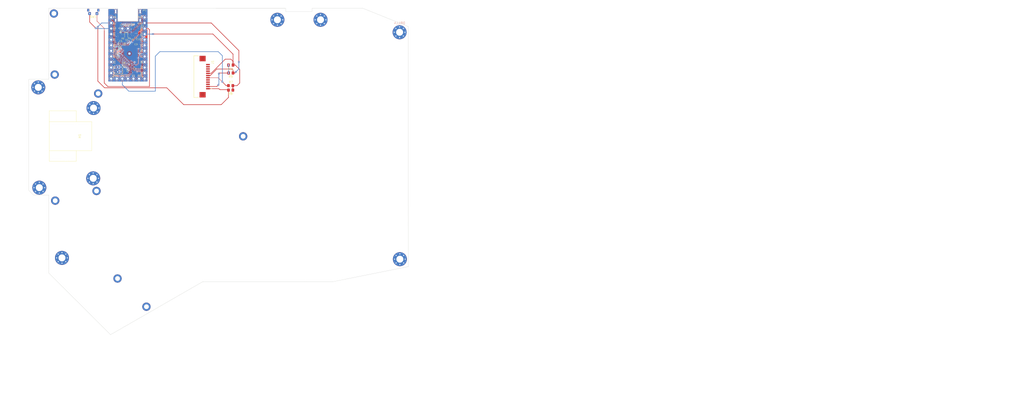
<source format=kicad_pcb>
(kicad_pcb (version 20211014) (generator pcbnew)
  (title_block (date "2017-12-20"))
  (layers (0 "F.Cu" signal) (31 "B.Cu" signal) (34 "B.Paste" user) (35 "F.Paste" user) (36 "B.SilkS" user "B.Silkscreen") (37 "F.SilkS" user "F.Silkscreen") (38 "B.Mask" user) (39 "F.Mask" user) (44 "Edge.Cuts" user))
  (net 0 "")
  (net 1 "GND")
  (net 2 "Net-(C8-Pad1)")
  (net 3 "Net-(C9-Pad1)")
  (net 4 "/RESET")
  (net 5 "/PF4")
  (net 6 "/PF5")
  (net 7 "/PF6")
  (net 8 "/PF7")
  (net 9 "/PB1")
  (net 10 "/PB3")
  (net 11 "/PB2")
  (net 12 "/PB6")
  (net 13 "/PD7")
  (net 14 "/PC6")
  (net 15 "/PD0")
  (net 16 "/PD1")
  (net 17 "/PD3")
  (net 18 "/PF1")
  (net 19 "/PF0")
  (net 20 "/PC7")
  (net 21 "/PB7")
  (net 22 "Net-(C7-Pad1)")
  (net 23 "Net-(R4-Pad1)")
  (net 24 "Net-(R5-Pad1)")
  (net 25 "Net-(C10-Pad1)")
  (net 26 "VBUS")
  (net 27 "Net-(P1-PadB5)")
  (net 28 "Net-(P1-PadA5)")
  (net 29 "Net-(F1-Pad2)")
  (net 30 "Net-(D2-Pad2)")
  (net 31 "Net-(J3-Pad1)")
  (net 34 "RST")
  (net 35 "Net-(J1-PadS1)")
  (net 37 "D5")
  (net 38 "PWR")
  (net 45 "/PB5")
  (net 46 "/PB4")
  (net 47 "/PE6")
  (net 48 "/PD4")
  (net 59 "D2")
  (net 67 "/D-")
  (net 68 "/D+")
  (footprint "Capacitor_SMD:C_0603_1608Metric" (layer "F.Cu") (at 70.292 39.47)
    (fp_text reference "C8")
    (fp_text value "22p")
  )
  (footprint "Capacitor_SMD:C_0603_1608Metric" (layer "F.Cu") (at 73.142 43.22 90)
    (fp_text reference "C7")
    (fp_text value "22p")
  )
  (footprint "Crystal:Crystal_SMD_SeikoEpson_FA238-4Pin_3.2x2.5mm" (layer "F.Cu") (at 70.342 42.469 90)
    (fp_text reference "X1")
    (fp_text value "16MHz")
  )
  (footprint "Resistor_SMD:R_0603_1608Metric" (layer "F.Cu") (at 71.992 26.42 90)
    (fp_text reference "R6")
    (fp_text value "1k")
  )
  (footprint "Capacitor_SMD:C_0603_1608Metric" (layer "F.Cu") (at 77.992 26.07 90)
    (fp_text reference "C4")
    (fp_text value "0u1")
  )
  (footprint "Diode_SMD:D_SOD-123" (layer "F.Cu") (at 69.192 31.27 90)
    (fp_text reference "D1")
    (fp_text value "D_Schottky")
  )
  (footprint "Resistor_SMD:R_0603_1608Metric" (layer "F.Cu") (at 79.492 23.77 -90)
    (fp_text reference "R3")
    (fp_text value "10k")
  )
  (footprint "Alvaro:Pins5" (layer "F.Cu") (at 79.372 46.66 -90)
    (fp_text reference "J5" hide)
    (fp_text value "01x05" hide)
  )
  (footprint "Alvaro:Pins12" (layer "F.Cu") (at 66.672 46.66 180)
    (fp_text reference "J4" hide)
    (fp_text value "01x12" hide)
  )
  (footprint "Alvaro:Pins12" (layer "F.Cu") (at 81.912 18.72)
    (fp_text reference "J3" hide)
    (fp_text value "01x12" hide)
  )
  (footprint "Resistor_SMD:R_0603_1608Metric" (layer "F.Cu") (at 76.492 23.97 90)
    (fp_text reference "R1")
    (fp_text value "5k1")
  )
  (footprint "Package_DFN_QFN:QFN-44-1EP_7x7mm_P0.5mm_EP5.2x5.2mm" (layer "F.Cu") (at 74.992 35.22 -45)
    (fp_text reference "U1")
    (fp_text value "ATmega32U4")
  )
  (footprint "Capacitor_SMD:C_0603_1608Metric" (layer "F.Cu") (at 69.742 28.17 180)
    (fp_text reference "C5")
    (fp_text value "0u1")
  )
  (footprint "Capacitor_SMD:C_0603_1608Metric" (layer "F.Cu") (at 79.492 26.77 90)
    (fp_text reference "C10")
    (fp_text value "0u1")
  )
  (footprint "Alvaro:Pins2" (layer "F.Cu") (at 71.752 23.8 90)
    (fp_text reference "J2" hide)
    (fp_text value "01x02" hide)
  )
  (footprint "Alvaro:USB-C-C168688" (layer "F.Cu") (at 74.292 13.92)
    (fp_text reference "P1" hide)
    (fp_text value "USB_C_Receptacle_USB2.0")
  )
  (footprint "Capacitor_SMD:C_0603_1608Metric" (layer "F.Cu") (at 79.242 31.0075 -90)
    (fp_text reference "C3")
    (fp_text value "0u1")
  )
  (footprint "Capacitor_SMD:C_0603_1608Metric" (layer "F.Cu") (at 76.217 42.12 -90)
    (fp_text reference "C2")
    (fp_text value "0u1")
  )
  (footprint "Resistor_SMD:R_0603_1608Metric" (layer "F.Cu") (at 77.992 23.07 90)
    (fp_text reference "R2")
    (fp_text value "5k1")
  )
  (footprint "Fuse:Fuse_1206_3216Metric" (layer "F.Cu") (at 69.562 23.62 90)
    (fp_text reference "F1")
    (fp_text value "Polyfuse_Small")
  )
  (footprint "Capacitor_SMD:C_0603_1608Metric" (layer "F.Cu") (at 71.942 30.12 45)
    (fp_text reference "C9")
    (fp_text value "1u")
  )
  (footprint "Capacitor_SMD:C_0603_1608Metric" (layer "F.Cu") (at 69.742 26.67 180)
    (fp_text reference "C6")
    (fp_text value "4u7")
  )
  (footprint "Resistor_SMD:R_0603_1608Metric" (layer "F.Cu") (at 76.492 26.97 90)
    (fp_text reference "R5")
    (fp_text value "22")
  )
  (footprint "Capacitor_SMD:C_0603_1608Metric" (layer "F.Cu") (at 69.642 37.97 180)
    (fp_text reference "C1")
    (fp_text value "0u1")
  )
  (footprint "Resistor_SMD:R_0603_1608Metric" (layer "F.Cu") (at 74.992 26.32 90)
    (fp_text reference "R4")
    (fp_text value "22")
  )
  (footprint "LED_SMD:LED_0603_1608Metric" (layer "F.Cu") (at 73.492 27.07 -90)
    (fp_text reference "D2")
    (fp_text value "LED")
  )
  (footprint "Jumper:SolderJumper-2_P1.3mm_Open_Pad1.0x1.5mm" (layer "F.Cu") (at 81.792 16.67)
    (fp_text reference "JP1")
    (fp_text value "RAW")
  )
  (footprint "Capacitor_SMD:C_0805_2012Metric_Pad1.18x1.45mm_HandSolder" (layer "F.Cu") (at 121.185 40.46 180)
    (fp_text reference "C11")
    (fp_text value "2.2u")
  )
  (footprint "DjinnFootprints:MountingHole_3.2mm_M3_Pad_Via" (layer "F.Cu") (at 58.466596 92.099365)
    (fp_text reference "DRILL15" hide)
    (fp_text value "Drill Mountpoint")
  )
  (footprint "Resistor_SMD:R_0805_2012Metric_Pad1.20x1.40mm_HandSolder" (layer "F.Cu") (at 121.155 51.87)
    (fp_text reference "R8")
    (fp_text value "4.7")
  )
  (footprint "DjinnFootprints:MountingHole_3.2mm_M3_Pad_Via" (layer "F.Cu") (at 58.618579 60.04436)
    (fp_text reference "DRILL17" hide)
    (fp_text value "Drill Mountpoint")
  )
  (footprint "Resistor_SMD:R_0805_2012Metric_Pad1.20x1.40mm_HandSolder" (layer "F.Cu") (at 121.215 44.08)
    (fp_text reference "R9")
    (fp_text value "100k")
  )
  (footprint "MountingHole:MountingHole_2.2mm_M2_DIN965_Pad" (layer "F.Cu") (at 69.56 137.7775)
    (fp_text reference "DRILL12" hide)
    (fp_text value "Drill Mountpoint")
  )
  (footprint "Resistor_SMD:R_0805_2012Metric_Pad1.20x1.40mm_HandSolder" (layer "F.Cu") (at 121.135 49.83 180)
    (fp_text reference "R7")
    (fp_text value "4.7")
  )
  (footprint "prettylib:SMD_Tacticle_Switch_TS24CA_flipable" (layer "F.Cu") (at 58.5 15.43)
    (fp_text reference "SW1")
    (fp_text value "SW_PUSH")
  )
  (footprint "FFC3B11-12-T:GCT_FFC3B11-12-T" (layer "F.Cu") (at 108.345 45.73 -90)
    (fp_text reference "J1")
    (fp_text value "FFC3B11-12-T")
  )
  (footprint "DjinnFootprints:MountingHole_3.2mm_M3_Pad_Via" (layer "F.Cu") (at 33.42845 50.620215)
    (fp_text reference "DRILL14" hide)
    (fp_text value "Drill Mountpoint")
  )
  (footprint "MountingHole:MountingHole_2.2mm_M2_DIN965_Pad" (layer "F.Cu") (at 82.74 150.6375)
    (fp_text reference "DRILL13" hide)
    (fp_text value "Drill Mountpoint")
  )
  (footprint "DjinnFootprints:MountingHole_3.2mm_M3_Pad_Via" (layer "F.Cu") (at 33.898899 96.355036)
    (fp_text reference "DRILL16" hide)
    (fp_text value "Drill Mountpoint")
  )
  (footprint "DjinnFootprints:MountingHole_3.2mm_M3_Pad_Via" (layer "B.Cu") (at 162.125 19.8 180)
    (fp_text reference "DRILL1" hide)
    (fp_text value "Drill Mountpoint")
  )
  (footprint "MountingHole:MountingHole_3.2mm_M3_Pad_Via" (layer "B.Cu") (at 44.23 128.3675 180)
    (fp_text reference "DRILL11" hide)
    (fp_text value "Drill Mountpoint")
  )
  (footprint "MountingHole:MountingHole_2.2mm_M2_DIN965_Pad" (layer "B.Cu") (at 60.74 53.4375 180)
    (fp_text reference "DRILL6" hide)
    (fp_text value "Drill Mountpoint")
  )
  (footprint "MountingHole:MountingHole_2.2mm_M2_DIN965_Pad" (layer "B.Cu") (at 40.55 16.9375 180)
    (fp_text reference "DRILL3" hide)
    (fp_text value "Drill Mountpoint")
  )
  (footprint "DjinnFootprints:MountingHole_3.2mm_M3_Pad_Via" (layer "B.Cu") (at 142.455 19.8 180)
    (fp_text reference "DRILL2" hide)
    (fp_text value "Drill Mountpoint")
  )
  (footprint "MountingHole:MountingHole_3.2mm_M3_Pad_Via" (layer "B.Cu") (at 198.18 25.4975 180)
    (fp_text reference "DRILL4")
    (fp_text value "Drill Mountpoint")
  )
  (footprint "libmodulo:SK8707" (layer "B.Cu") (at 45.98 72.85 -90)
    (fp_text reference "H1" hide)
    (fp_text value "Hole")
  )
  (footprint "MountingHole:MountingHole_2.2mm_M2_DIN965_Pad" (layer "B.Cu") (at 41.14 102.265 180)
    (fp_text reference "DRILL9" hide)
    (fp_text value "Drill Mountpoint")
  )
  (footprint "MountingHole:MountingHole_2.2mm_M2_DIN965_Pad" (layer "B.Cu") (at 40.91 44.785 180)
    (fp_text reference "DRILL5" hide)
    (fp_text value "Drill Mountpoint")
  )
  (footprint "MountingHole:MountingHole_2.2mm_M2_DIN965_Pad" (layer "B.Cu") (at 126.84 72.9475 180)
    (fp_text reference "DRILL7" hide)
    (fp_text value "Drill Mountpoint")
  )
  (footprint "MountingHole:MountingHole_2.2mm_M2_DIN965_Pad" (layer "B.Cu") (at 59.98 97.865 180)
    (fp_text reference "DRILL8" hide)
    (fp_text value "Drill Mountpoint")
  )
  (footprint "MountingHole:MountingHole_3.2mm_M3_Pad_Via" (layer "B.Cu") (at 198.3045 128.9675 180)
    (fp_text reference "DRILL10" hide)
    (fp_text value "Drill Mountpoint")
  )
  (gr_line (start 29.1425 97.62) (end 29.1425 46.99) (layer "Edge.Cuts") (width 0.1))
  (gr_line (start 78.864 14.55) (end 78.864 14.54) (layer "Edge.Cuts") (width 0.1))
  (gr_line (start 202.2 113.6375) (end 202.13 45.2875) (layer "Edge.Cuts") (width 0.1))
  (gr_line (start 42.91 14.54) (end 69.42 14.54) (layer "Edge.Cuts") (width 0.1))
  (gr_line (start 202.2 132.3375) (end 202.2 127.7975) (layer "Edge.Cuts") (width 0.1))
  (gr_line (start 78.864 14.91) (end 78.864 14.55) (layer "Edge.Cuts") (width 0.1))
  (gr_line (start 202 22.8275) (end 181.38 14.54) (layer "Edge.Cuts") (width 0.1))
  (gr_line (start 202.2 127.7975) (end 202.2 126.215) (layer "Edge.Cuts") (width 0.1))
  (gr_line (start 78.864 14.54) (end 79.15 14.54) (layer "Edge.Cuts") (width 0.1))
  (gr_line (start 38.22 41.277503) (end 38.22 46.99) (layer "Edge.Cuts") (width 0.1))
  (gr_line (start 202.2 126.215) (end 202.2 113.6375) (layer "Edge.Cuts") (width 0.1))
  (gr_line (start 31.24 99.7175) (end 29.1425 97.62) (layer "Edge.Cuts") (width 0.1))
  (gr_line (start 38.22 46.99) (end 37.78 46.99) (layer "Edge.Cuts") (width 0.1))
  (gr_line (start 38.22 14.5375) (end 38.22 41.277503) (layer "Edge.Cuts") (width 0.1))
  (gr_line (start 108.55 139.2275) (end 108.71 139.2275) (layer "Edge.Cuts") (width 0.1))
  (gr_line (start 38.22 14.5375) (end 38.37 14.54) (layer "Edge.Cuts") (width 0.1))
  (gr_line (start 69.72 14.91) (end 69.72 14.54) (layer "Edge.Cuts") (width 0.1))
  (gr_line (start 38.215212 135.2775) (end 38.215212 133.0275) (layer "Edge.Cuts") (width 0.1))
  (gr_line (start 145.88 14.54) (end 146.195 14.54) (layer "Edge.Cuts") (width 0.1))
  (gr_line (start 108.55 139.2275) (end 108.41 139.2275) (layer "Edge.Cuts") (width 0.1))
  (gr_line (start 38.215212 100.1275) (end 38.215212 102.2275) (layer "Edge.Cuts") (width 0.1))
  (gr_line (start 38.215212 99.7175) (end 38.215212 100.1275) (layer "Edge.Cuts") (width 0.1))
  (gr_line (start 66.36 163.3975) (end 38.215212 135.2775) (layer "Edge.Cuts") (width 0.1))
  (gr_line (start 29.1425 46.99) (end 37.78 46.99) (layer "Edge.Cuts") (width 0.1))
  (gr_line (start 145.88 14.54) (end 114.46 14.54) (layer "Edge.Cuts") (width 0.15))
  (gr_line (start 158.255 16.04) (end 158.255 14.54) (layer "Edge.Cuts") (width 0.1))
  (gr_line (start 202.13 35.295) (end 202.13 45.2875) (layer "Edge.Cuts") (width 0.1))
  (gr_line (start 202.13 22.8975) (end 202.13 23.0075) (layer "Edge.Cuts") (width 0.1))
  (gr_line (start 146.195 16.04) (end 146.195 14.54) (layer "Edge.Cuts") (width 0.1))
  (gr_line (start 66.36 163.3975) (end 108.41 139.2275) (layer "Edge.Cuts") (width 0.1))
  (gr_line (start 69.72 14.91) (end 69.72 20.52) (layer "Edge.Cuts") (width 0.15))
  (gr_line (start 78.864 20.52) (end 78.864 14.91) (layer "Edge.Cuts") (width 0.15))
  (gr_line (start 146.195 16.04) (end 158.255 16.04) (layer "Edge.Cuts") (width 0.1))
  (gr_line (start 69.72 14.54) (end 69.42 14.54) (layer "Edge.Cuts") (width 0.1))
  (gr_line (start 202.2 132.3375) (end 167.73 139.2275) (layer "Edge.Cuts") (width 0.1))
  (gr_line (start 69.72 20.52) (end 78.864 20.52) (layer "Edge.Cuts") (width 0.15))
  (gr_line (start 108.71 139.2275) (end 155.4 139.2275) (layer "Edge.Cuts") (width 0.1))
  (gr_line (start 38.37 14.54) (end 42.91 14.54) (layer "Edge.Cuts") (width 0.1))
  (gr_line (start 181.38 14.54) (end 158.255 14.54) (layer "Edge.Cuts") (width 0.1))
  (gr_line (start 38.215212 99.7175) (end 31.24 99.7175) (layer "Edge.Cuts") (width 0.1))
  (gr_line (start 167.73 139.2275) (end 155.4 139.2275) (layer "Edge.Cuts") (width 0.1))
  (gr_line (start 79.15 14.54) (end 114.46 14.54) (layer "Edge.Cuts") (width 0.1))
  (gr_line (start 202.13 35.295) (end 202.13 23.0075) (layer "Edge.Cuts") (width 0.1))
  (gr_line (start 38.215212 133.0275) (end 38.215212 102.2275) (layer "Edge.Cuts") (width 0.1))
  (gr_line (start 202 22.8275) (end 202.13 22.8975) (layer "Edge.Cuts") (width 0.1))
  (gr_text "F1" (at 76.832 45.263) (layer "B.SilkS") (effects (font (size 0.7 0.7) (thickness 0.08)) (justify mirror)))
  (gr_text "E6" (at 68.069 41.58 270) (layer "B.SilkS") (effects (font (size 0.7 0.7) (thickness 0.08)) (justify mirror)))
  (gr_text "B5" (at 67.942 45.517 45) (layer "B.SilkS") (effects (font (size 0.7 0.7) (thickness 0.08)) (justify mirror)))
  (gr_text "B2" (at 80.515 44.12 90) (layer "B.SilkS") (effects (font (size 0.7 0.7) (thickness 0.08)) (justify mirror)))
  (gr_text "B3" (at 80.515 41.58 90) (layer "B.SilkS") (effects (font (size 0.7 0.7) (thickness 0.08)) (justify mirror)))
  (gr_text "D1" (at 68.069 28.88 270) (layer "B.SilkS") (effects (font (size 0.7 0.7) (thickness 0.08)) (justify mirror)))
  (gr_text "D2" (at 68.323 21.641) (layer "B.SilkS") (effects (font (size 0.7 0.7) (thickness 0.08)) (justify mirror)))
  (gr_text "GND" (at 68.069 26.34 270) (layer "B.SilkS") (effects (font (size 0.7 0.7) (thickness 0.08)) (justify mirror)))
  (gr_text "D4" (at 68.069 33.96 270) (layer "B.SilkS") (effects (font (size 0.7 0.7) (thickness 0.08)) (justify mirror)))
  (gr_text "D7" (at 68.069 39.04 270) (layer "B.SilkS") (effects (font (size 0.7 0.7) (thickness 0.08)) (justify mirror)))
  (gr_text "D0" (at 68.069 31.42 270) (layer "B.SilkS") (effects (font (size 0.7 0.7) (thickness 0.08)) (justify mirror)))
  (gr_text "-D+" (at 73.062 22.47) (layer "B.SilkS") (effects (font (size 0.7 0.7) (thickness 0.08)) (justify mirror)))
  (gr_text "GND" (at 79.842 21.57) (layer "B.SilkS") (effects (font (size 0.7 0.7) (thickness 0.08)) (justify mirror)))
  (gr_text "RST" (at 80.515 23.8 90) (layer "B.SilkS") (effects (font (size 0.7 0.7) (thickness 0.08)) (justify mirror)))
  (gr_text "C6" (at 68.069 36.5 270) (layer "B.SilkS") (effects (font (size 0.7 0.7) (thickness 0.08)) (justify mirror)))
  (gr_text "VCC" (at 80.515 26.34 90) (layer "B.SilkS") (effects (font (size 0.7 0.7) (thickness 0.08)) (justify mirror)))
  (gr_text "F4" (at 80.515 28.88 90) (layer "B.SilkS") (effects (font (size 0.7 0.7) (thickness 0.08)) (justify mirror)))
  (gr_text "F5" (at 80.515 31.42 90) (layer "B.SilkS") (effects (font (size 0.7 0.7) (thickness 0.08)) (justify mirror)))
  (gr_text "F6" (at 80.515 33.96 90) (layer "B.SilkS") (effects (font (size 0.7 0.7) (thickness 0.08)) (justify mirror)))
  (gr_text "F7" (at 80.515 36.5 90) (layer "B.SilkS") (effects (font (size 0.7 0.7) (thickness 0.08)) (justify mirror)))
  (gr_text "B1" (at 80.515 39.04 90) (layer "B.SilkS") (effects (font (size 0.7 0.7) (thickness 0.08)) (justify mirror)))
  (gr_text "C7" (at 74.292 45.263) (layer "B.SilkS") (effects (font (size 0.7 0.7) (thickness 0.08)) (justify mirror)))
  (gr_text "D3" (at 68.322001 18.573) (layer "B.SilkS") (effects (font (size 0.7 0.7) (thickness 0.08)) (justify mirror)))
  (gr_text "B4" (at 68.069 44.12 270) (layer "B.SilkS") (effects (font (size 0.7 0.7) (thickness 0.08)) (justify mirror)))
  (gr_text "B6" (at 80.769 45.517 315) (layer "B.SilkS") (effects (font (size 0.7 0.7) (thickness 0.08)) (justify mirror)))
  (gr_text "F0" (at 79.372 45.263) (layer "B.SilkS") (effects (font (size 0.7 0.7) (thickness 0.08)) (justify mirror)))
  (gr_text "D5" (at 71.752 45.263) (layer "B.SilkS") (effects (font (size 0.7 0.7) (thickness 0.08)) (justify mirror)))
  (gr_text "B7" (at 69.217 45.263) (layer "B.SilkS") (effects (font (size 0.7 0.7) (thickness 0.08)) (justify mirror)))
  (gr_text "GND" (at 68.069 23.8 270) (layer "B.SilkS") (effects (font (size 0.7 0.7) (thickness 0.08)) (justify mirror)))
  (gr_text "RAW" (at 79.912001 18.573) (layer "B.SilkS") (effects (font (size 0.7 0.7) (thickness 0.08)) (justify mirror)))
  (gr_text "GND" (at 68.069 23.8 270) (layer "F.SilkS") (effects (font (size 0.7 0.7) (thickness 0.08))))
  (gr_text "D4" (at 68.069 33.96 270) (layer "F.SilkS") (effects (font (size 0.7 0.7) (thickness 0.08))))
  (gr_text "D1" (at 68.069 28.88 270) (layer "F.SilkS") (effects (font (size 0.7 0.7) (thickness 0.08))))
  (gr_text "GND" (at 68.069 26.34 270) (layer "F.SilkS") (effects (font (size 0.7 0.7) (thickness 0.08))))
  (gr_text "D3" (at 68.317 18.57) (layer "F.SilkS") (effects (font (size 0.7 0.7) (thickness 0.08))))
  (gr_text "B4" (at 68.069 44.12 270) (layer "F.SilkS") (effects (font (size 0.7 0.7) (thickness 0.08))))
  (gr_text "D2" (at 68.069 21.768 270) (layer "F.SilkS") (effects (font (size 0.7 0.7) (thickness 0.08))))
  (gr_text "E6" (at 68.069 41.58 270) (layer "F.SilkS") (effects (font (size 0.7 0.7) (thickness 0.08))))
  (gr_text "B5" (at 67.815 45.517 45) (layer "F.SilkS") (effects (font (size 0.7 0.7) (thickness 0.08))))
  (gr_text "D7" (at 68.069 39.294 270) (layer "F.SilkS") (effects (font (size 0.7 0.7) (thickness 0.08))))
  (gr_text "C6" (at 68.069 36.5 270) (layer "F.SilkS") (effects (font (size 0.7 0.7) (thickness 0.08))))
  (gr_text "D0" (at 68.069 31.42 270) (layer "F.SilkS") (effects (font (size 0.7 0.7) (thickness 0.08))))
  (gr_text "B7" (at 69.212 45.263) (layer "F.SilkS") (effects (font (size 0.7 0.7) (thickness 0.08))))
  (gr_text "D5" (at 71.752 45.263) (layer "F.SilkS") (effects (font (size 0.7 0.7) (thickness 0.08))))
  (gr_text "C7" (at 74.292 45.263) (layer "F.SilkS") (effects (font (size 0.7 0.7) (thickness 0.08))))
  (gr_text "F1" (at 76.832 45.263) (layer "F.SilkS") (effects (font (size 0.7 0.7) (thickness 0.08))))
  (gr_text "F0" (at 79.372 45.263) (layer "F.SilkS") (effects (font (size 0.7 0.7) (thickness 0.08))))
  (gr_text "F6" (at 80.515 33.96 90) (layer "F.SilkS") (effects (font (size 0.7 0.7) (thickness 0.08))))
  (gr_text "B3" (at 80.515 41.58 90) (layer "F.SilkS") (effects (font (size 0.7 0.7) (thickness 0.08))))
  (gr_text "B2" (at 80.515 44.12 90) (layer "F.SilkS") (effects (font (size 0.7 0.7) (thickness 0.08))))
  (gr_text "B6" (at 80.642 45.517 315) (layer "F.SilkS") (effects (font (size 0.7 0.7) (thickness 0.08))))
  (gr_text "B1" (at 80.515 39.04 90) (layer "F.SilkS") (effects (font (size 0.7 0.7) (thickness 0.08))))
  (gr_text "F7" (at 80.515 36.5 90) (layer "F.SilkS") (effects (font (size 0.7 0.7) (thickness 0.08))))
  (gr_text "GND" (at 79.862 21.57) (layer "F.SilkS") (effects (font (size 0.7 0.7) (thickness 0.08))))
  (gr_text "F5" (at 80.515 31.42 90) (layer "F.SilkS") (effects (font (size 0.7 0.7) (thickness 0.08))))
  (gr_text "RST" (at 80.515 23.8 90) (layer "F.SilkS") (effects (font (size 0.7 0.7) (thickness 0.08))))
  (gr_text "VCC" (at 80.515 26.34 90) (layer "F.SilkS") (effects (font (size 0.7 0.7) (thickness 0.08))))
  (gr_text "F4" (at 80.515 29.007 90) (layer "F.SilkS") (effects (font (size 0.7 0.7) (thickness 0.08))))
  (gr_text "+D-" (at 73.062 22.47) (layer "F.SilkS") (effects (font (size 0.7 0.7) (thickness 0.08))))
  (gr_text "RAW" (at 79.912001 18.573) (layer "F.SilkS") (effects (font (size 0.7 0.7) (thickness 0.08))))
  (segment (start 56.855026 16.984974) (end 56.855026 20.846974) (width 0.25) (layer "F.Cu") (net 1))
  (segment (start 74.992 35.22) (end 74.992 34.512893) (width 0.31) (layer "F.Cu") (net 1))
  (segment (start 74.992 35.22) (end 74.992 32.391573) (width 0.31) (layer "F.Cu") (net 1))
  (segment (start 74.992 35.22) (end 74.992 38.734304) (width 0.31) (layer "F.Cu") (net 1))
  (segment (start 79.015557 20.92) (end 77.492 20.92) (width 0.31) (layer "F.Cu") (net 1))
  (segment (start 79.867 20.068557) (end 79.015557 20.92) (width 0.31) (layer "F.Cu") (net 1))
  (segment (start 68.8045 38.12) (end 68.8795 38.12) (width 0.31) (layer "F.Cu") (net 1))
  (segment (start 56.89 16.95) (end 56.855026 16.984974) (width 0.25) (layer "F.Cu") (net 1))
  (segment (start 78.017 23.67) (end 78.242 23.67) (width 0.31) (layer "F.Cu") (net 1))
  (segment (start 122.215 42.69) (end 122.215 44.08) (width 0.25) (layer "F.Cu") (net 1))
  (segment (start 74.992 32.391573) (end 75.946594 31.436979) (width 0.31) (layer "F.Cu") (net 1))
  (segment (start 75.138241 35.366241) (end 78.673775 35.366241) (width 0.31) (layer "F.Cu") (net 1))
  (segment (start 74.992 38.734304) (end 75.593041 39.335345) (width 0.31) (layer "F.Cu") (net 1))
  (segment (start 75.593041 39.335345) (end 75.593041 39.356575) (width 0.31) (layer "F.Cu") (net 1))
  (segment (start 111.845 45.23) (end 110.795 45.23) (width 0.25) (layer "F.Cu") (net 1))
  (segment (start 74.992 34.512893) (end 72.976746 32.497639) (width 0.31) (layer "F.Cu") (net 1))
  (segment (start 69.568443 20.92) (end 71.092 20.92) (width 0.31) (layer "F.Cu") (net 1))
  (segment (start 77.820427 35.22) (end 78.775021 34.265406) (width 0.31) (layer "F.Cu") (net 1))
  (segment (start 74.992 35.22) (end 75.138241 35.366241) (width 0.31) (layer "F.Cu") (net 1))
  (segment (start 78.673775 35.366241) (end 79.128575 35.821041) (width 0.31) (layer "F.Cu") (net 1))
  (segment (start 123.035 44.08) (end 123.495 43.62) (width 0.25) (layer "F.Cu") (net 1))
  (segment (start 69.392 43.252998) (end 69.392 43.52) (width 0.31) (layer "F.Cu") (net 1))
  (segment (start 122.215 44.08) (end 123.035 44.08) (width 0.25) (layer "F.Cu") (net 1))
  (segment (start 124.885 33.845) (end 124.885 39.04) (width 0.25) (layer "F.Cu") (net 1))
  (segment (start 112.3 21.26) (end 124.885 33.845) (width 0.25) (layer "F.Cu") (net 1))
  (segment (start 81.912 21.26) (end 112.3 21.26) (width 0.25) (layer "F.Cu") (net 1))
  (segment (start 73.577787 35.22) (end 71.916086 36.881701) (width 0.31) (layer "F.Cu") (net 1))
  (segment (start 68.7164 15.3932) (end 68.7164 20.067957) (width 0.31) (layer "F.Cu") (net 1))
  (segment (start 74.992 35.22) (end 73.577787 35.22) (width 0.31) (layer "F.Cu") (net 1))
  (segment (start 79.242 31.42) (end 79.242 31.940042) (width 0.31) (layer "F.Cu") (net 1))
  (segment (start 111.845 45.23) (end 114.815 42.26) (width 0.25) (layer "F.Cu") (net 1))
  (segment (start 121.785 42.26) (end 122.215 42.69) (width 0.25) (layer "F.Cu") (net 1))
  (segment (start 79.867 15.4059) (end 79.867 20.068557) (width 0.31) (layer "F.Cu") (net 1))
  (segment (start 114.815 42.26) (end 121.785 42.26) (width 0.25) (layer "F.Cu") (net 1))
  (segment (start 74.992 35.22) (end 77.820427 35.22) (width 0.31) (layer "F.Cu") (net 1))
  (segment (start 56.855026 20.846974) (end 59.590026 23.581974) (width 0.25) (layer "F.Cu") (net 1))
  (segment (start 68.7164 20.067957) (end 69.568443 20.92) (width 0.31) (layer "F.Cu") (net 1))
  (via (at 74.442 43.62) (size 0.5) (drill 0.3) (layers "F.Cu" "B.Cu") (net 1))
  (via (at 75.342 28.57) (size 0.5) (drill 0.3) (layers "F.Cu" "B.Cu") (net 1))
  (via (at 67.742 37.92) (size 0.5) (drill 0.3) (layers "F.Cu" "B.Cu") (net 1))
  (via (at 68.942 27.42) (size 0.5) (drill 0.3) (layers "F.Cu" "B.Cu") (net 1))
  (via (at 79.867 17.595) (size 0.5) (drill 0.3) (layers "F.Cu" "B.Cu") (net 1))
  (via (at 75.742 24.07) (size 0.5) (drill 0.3) (layers "F.Cu" "B.Cu") (net 1))
  (via (at 68.292 41.87) (size 0.5) (drill 0.3) (layers "F.Cu" "B.Cu") (net 1))
  (via (at 80.292 40.57) (size 0.5) (drill 0.3) (layers "F.Cu" "B.Cu") (net 1))
  (via (at 68.292 40.72) (size 0.5) (drill 0.3) (layers "F.Cu" "B.Cu") (net 1))
  (via (at 56.89 16.95) (size 0.8) (drill 0.4) (layers "F.Cu" "B.Cu") (net 1))
  (via (at 78.742 21.345) (size 0.5) (drill 0.3) (layers "F.Cu" "B.Cu") (net 1))
  (via (at 123.495 43.62) (size 0.8) (drill 0.4) (layers "F.Cu" "B.Cu") (net 1))
  (via (at 79.867 18.645) (size 0.5) (drill 0.3) (layers "F.Cu" "B.Cu") (net 1))
  (via (at 80.492 38.92) (size 0.5) (drill 0.3) (layers "F.Cu" "B.Cu") (net 1))
  (via (at 77.192 41.345) (size 0.5) (drill 0.3) (layers "F.Cu" "B.Cu") (net 1))
  (via (at 68.292 42.97) (size 0.5) (drill 0.3) (layers "F.Cu" "B.Cu") (net 1))
  (via (at 70.067 23.645) (size 0.5) (drill 0.3) (layers "F.Cu" "B.Cu") (net 1))
  (via (at 59.590026 23.581974) (size 0.8) (drill 0.4) (layers "F.Cu" "B.Cu") (net 1))
  (via (at 68.717 23.645) (size 0.5) (drill 0.3) (layers "F.Cu" "B.Cu") (net 1))
  (via (at 68.292 44.07) (size 0.5) (drill 0.3) (layers "F.Cu" "B.Cu") (net 1))
  (via (at 80.192 44.72) (size 0.5) (drill 0.3) (layers "F.Cu" "B.Cu") (net 1))
  (via (at 77.992 25.97) (size 0.5) (drill 0.3) (layers "F.Cu" "B.Cu") (net 1))
  (via (at 76.442 44.02) (size 0.5) (drill 0.3) (layers "F.Cu" "B.Cu") (net 1))
  (via (at 81.092 35.27) (size 0.5) (drill 0.3) (layers "F.Cu" "B.Cu") (net 1))
  (via (at 124.885 39.04) (size 0.8) (drill 0.4) (layers "F.Cu" "B.Cu") (net 1))
  (via (at 68.717 17.62) (size 0.5) (drill 0.3) (layers "F.Cu" "B.Cu") (net 1))
  (via (at 68.717 18.645) (size 0.5) (drill 0.3) (layers "F.Cu" "B.Cu") (net 1))
  (segment (start 124.885 42.23) (end 124.885 39.04) (width 0.25) (layer "B.Cu") (net 1))
  (segment (start 79.867 20.068557) (end 79.025547 20.91001) (width 0.31) (layer "B.Cu") (net 1))
  (segment (start 123.495 43.62) (end 124.885 42.23) (width 0.25) (layer "B.Cu") (net 1))
  (segment (start 59.808052 23.8) (end 66.672 23.8) (width 0.25) (layer "B.Cu") (net 1))
  (segment (start 69.558453 20.91001) (end 68.7164 20.067957) (width 0.31) (layer "B.Cu") (net 1))
  (segment (start 79.025547 20.91001) (end 69.558453 20.91001) (width 0.31) (layer "B.Cu") (net 1))
  (segment (start 59.590026 23.581974) (end 59.808052 23.8) (width 0.25) (layer "B.Cu") (net 1))
  (segment (start 68.7164 20.067957) (end 68.7164 15.3932) (width 0.31) (layer "B.Cu") (net 1))
  (segment (start 79.867 15.4059) (end 79.867 20.068557) (width 0.31) (layer "B.Cu") (net 1))
  (segment (start 70.349999 40.228999) (end 69.442 41.136998) (width 0.16) (layer "F.Cu") (net 2))
  (segment (start 69.442 41.136998) (end 69.442 41.269) (width 0.16) (layer "F.Cu") (net 2))
  (segment (start 69.542 41.236998) (end 69.542 41.369) (width 0.16) (layer "F.Cu") (net 2))
  (segment (start 71.533001 40.228999) (end 70.349999 40.228999) (width 0.16) (layer "F.Cu") (net 2))
  (segment (start 69.5045 41.2065) (end 69.442 41.269) (width 0.16) (layer "F.Cu") (net 2))
  (segment (start 71.834748 37.670145) (end 71.834748 39.577252) (width 0.16) (layer "F.Cu") (net 2))
  (segment (start 69.5045 39.47) (end 69.5045 41.2065) (width 0.16) (layer "F.Cu") (net 2))
  (segment (start 71.834748 39.577252) (end 71.834748 39.927252) (width 0.16) (layer "F.Cu") (net 2))
  (segment (start 71.834748 39.927252) (end 71.533001 40.228999) (width 0.16) (layer "F.Cu") (net 2))
  (segment (start 72.269639 37.235254) (end 71.834748 37.670145) (width 0.16) (layer "F.Cu") (net 2))
  (segment (start 71.982749 31.479251) (end 71.982749 31.324443) (width 0.16) (layer "F.Cu") (net 3))
  (segment (start 71.982749 32.210749) (end 72.623192 32.851192) (width 0.16) (layer "F.Cu") (net 3))
  (segment (start 71.982749 31.324443) (end 71.435153 30.776847) (width 0.16) (layer "F.Cu") (net 3))
  (segment (start 71.982749 31.479251) (end 71.982749 32.210749) (width 0.16) (layer "F.Cu") (net 3))
  (segment (start 84.13 50.22) (end 84.13 24.36) (width 0.25) (layer "F.Cu") (net 4))
  (segment (start 79.492 22.9825) (end 81.0945 22.9825) (width 0.16) (layer "F.Cu") (net 4))
  (segment (start 69.938128 36.87) (end 70.513573 36.87) (width 0.16) (layer "F.Cu") (net 4))
  (segment (start 60.2 17.1) (end 60.2 20.42) (width 0.16) (layer "F.Cu") (net 4))
  (segment (start 63.51 23.73) (end 63.51 24.78) (width 0.16) (layer "F.Cu") (net 4))
  (segment (start 81.0945 22.9825) (end 81.912 23.8) (width 0.16) (layer "F.Cu") (net 4))
  (segment (start 63.51 48.63) (end 65.1 50.22) (width 0.25) (layer "F.Cu") (net 4))
  (segment (start 70.89025 36.493323) (end 71.208979 36.174594) (width 0.16) (layer "F.Cu") (net 4))
  (segment (start 69.111998 34.451112) (end 69.742555 33.820555) (width 0.16) (layer "F.Cu") (net 4))
  (segment (start 63.51 24.78) (end 63.51 48.63) (width 0.25) (layer "F.Cu") (net 4))
  (segment (start 83.57 23.8) (end 81.912 23.8) (width 0.25) (layer "F.Cu") (net 4))
  (segment (start 69.111998 36.04387) (end 69.938128 36.87) (width 0.16) (layer "F.Cu") (net 4))
  (segment (start 60.2 20.42) (end 63.51 23.73) (width 0.16) (layer "F.Cu") (net 4))
  (segment (start 69.111998 34.451112) (end 69.111998 36.04387) (width 0.16) (layer "F.Cu") (net 4))
  (segment (start 65.1 50.22) (end 84.13 50.22) (width 0.25) (layer "F.Cu") (net 4))
  (segment (start 70.513573 36.87) (end 71.208979 36.174594) (width 0.16) (layer "F.Cu") (net 4))
  (segment (start 84.13 24.36) (end 83.57 23.8) (width 0.25) (layer "F.Cu") (net 4))
  (via (at 69.742555 33.820555) (size 0.5) (drill 0.3) (layers "F.Cu" "B.Cu") (net 4))
  (via (at 60.2 17.1) (size 0.8) (drill 0.4) (layers "F.Cu" "B.Cu") (net 4))
  (segment (start 74.394447 31.424991) (end 69.796806 31.424991) (width 0.16) (layer "B.Cu") (net 4))
  (segment (start 81.912 23.8) (end 81.912 23.907438) (width 0.16) (layer "B.Cu") (net 4))
  (segment (start 69.386999 33.464999) (end 69.742555 33.820555) (width 0.16) (layer "B.Cu") (net 4))
  (segment (start 69.796806 31.424991) (end 69.386998 31.834799) (width 0.16) (layer "B.Cu") (net 4))
  (segment (start 81.912 23.907438) (end 74.394447 31.424991) (width 0.16) (layer "B.Cu") (net 4))
  (segment (start 69.386998 31.834799) (end 69.386999 33.464999) (width 0.16) (layer "B.Cu") (net 4))
  (segment (start 80.550724 28.879982) (end 78.553108 28.879982) (width 0.16) (layer "F.Cu") (net 5))
  (segment (start 81.912 28.88) (end 80.550742 28.88) (width 0.16) (layer "F.Cu") (net 5))
  (segment (start 77.886972 29.546118) (end 77.886972 32.325028) (width 0.16) (layer "F.Cu") (net 5))
  (segment (start 78.553108 28.879982) (end 77.886972 29.546118) (width 0.16) (layer "F.Cu") (net 5))
  (segment (start 80.550742 28.88) (end 80.550724 28.879982) (width 0.16) (layer "F.Cu") (net 5))
  (segment (start 77.886972 32.325028) (end 77.360808 32.851192) (width 0.16) (layer "F.Cu") (net 5))
  (segment (start 78.685662 29.19999) (end 78.20698 29.678672) (width 0.16) (layer "F.Cu") (net 6))
  (segment (start 81.912 31.42) (end 81.842 31.42) (width 0.16) (layer "F.Cu") (net 6))
  (segment (start 78.20698 32.712127) (end 77.714361 33.204746) (width 0.16) (layer "F.Cu") (net 6))
  (segment (start 81.142008 30.54366) (end 79.798338 29.19999) (width 0.16) (layer "F.Cu") (net 6))
  (segment (start 81.142009 30.720009) (end 81.142008 30.54366) (width 0.16) (layer "F.Cu") (net 6))
  (segment (start 81.842 31.42) (end 81.142009 30.720009) (width 0.16) (layer "F.Cu") (net 6))
  (segment (start 78.20698 29.678672) (end 78.20698 32.712127) (width 0.16) (layer "F.Cu") (net 6))
  (segment (start 79.798338 29.19999) (end 78.685662 29.19999) (width 0.16) (layer "F.Cu") (net 6))
  (segment (start 80.821999 32.869999) (end 80.821999 30.676213) (width 0.16) (layer "F.Cu") (net 7))
  (segment (start 78.52699 29.811224) (end 78.52699 33.099223) (width 0.16) (layer "F.Cu") (net 7))
  (segment (start 78.52699 33.099223) (end 78.067914 33.558299) (width 0.16) (layer "F.Cu") (net 7))
  (segment (start 81.912 33.96) (end 80.821999 32.869999) (width 0.16) (layer "F.Cu") (net 7))
  (segment (start 78.818214 29.52) (end 78.52699 29.811224) (width 0.16) (layer "F.Cu") (net 7))
  (segment (start 80.821999 30.676213) (end 79.665786 29.52) (width 0.16) (layer "F.Cu") (net 7))
  (segment (start 79.665786 29.52) (end 78.818214 29.52) (width 0.16) (layer "F.Cu") (net 7))
  (segment (start 79.167484 32.994516) (end 79.167484 33.165836) (width 0.16) (layer "F.Cu") (net 8))
  (segment (start 79.167484 33.165836) (end 78.421468 33.911852) (width 0.16) (layer "F.Cu") (net 8))
  (via (at 79.167484 32.994516) (size 0.5) (drill 0.3) (layers "F.Cu" "B.Cu") (net 8))
  (segment (start 79.051999 33.910001) (end 79.051999 33.110001) (width 0.16) (layer "B.Cu") (net 8))
  (segment (start 79.051999 33.110001) (end 79.167484 32.994516) (width 0.16) (layer "B.Cu") (net 8))
  (segment (start 81.912 36.5) (end 80.096798 36.5) (width 0.16) (layer "B.Cu") (net 8))
  (segment (start 80.096798 36.5) (end 79.051999 35.455201) (width 0.16) (layer "B.Cu") (net 8))
  (segment (start 79.051999 35.455201) (end 79.051999 33.910001) (width 0.16) (layer "B.Cu") (net 8))
  (segment (start 70.442526 33.33) (end 70.98068 33.33) (width 0.16) (layer "F.Cu") (net 9))
  (segment (start 70.98068 33.33) (end 71.562532 33.911852) (width 0.16) (layer "F.Cu") (net 9))
  (via (at 70.442526 33.33) (size 0.5) (drill 0.3) (layers "F.Cu" "B.Cu") (net 9))
  (segment (start 75.348194 39.10909) (end 74.382588 39.10909) (width 0.16) (layer "B.Cu") (net 9))
  (segment (start 80.792 40.16) (end 80.792 41.52) (width 0.16) (layer "B.Cu") (net 9))
  (segment (start 76.701999 41.580201) (end 76.701999 40.462895) (width 0.16) (layer "B.Cu") (net 9))
  (segment (start 80.792 41.52) (end 80.092334 42.219666) (width 0.16) (layer "B.Cu") (net 9))
  (segment (start 71.222019 34.109493) (end 70.442526 33.33) (width 0.16) (layer "B.Cu") (net 9))
  (segment (start 77.341464 42.219666) (end 76.701999 41.580201) (width 0.16) (layer "B.Cu") (net 9))
  (segment (start 80.092334 42.219666) (end 77.341464 42.219666) (width 0.16) (layer "B.Cu") (net 9))
  (segment (start 76.701999 40.462895) (end 75.348194 39.10909) (width 0.16) (layer "B.Cu") (net 9))
  (segment (start 71.222019 35.948521) (end 71.222019 34.109493) (width 0.16) (layer "B.Cu") (net 9))
  (segment (start 81.912 39.04) (end 80.792 40.16) (width 0.16) (layer "B.Cu") (net 9))
  (segment (start 74.382588 39.10909) (end 71.222019 35.948521) (width 0.16) (layer "B.Cu") (net 9))
  (segment (start 70.260156 34.789947) (end 70.684437 34.789947) (width 0.16) (layer "F.Cu") (net 10))
  (segment (start 70.684437 34.789947) (end 70.855425 34.618959) (width 0.16) (layer "F.Cu") (net 10))
  (via (at 70.260156 34.789947) (size 0.5) (drill 0.3) (layers "F.Cu" "B.Cu") (net 10))
  (segment (start 80.952324 42.539676) (end 77.208911 42.539675) (width 0.16) (layer "B.Cu") (net 10))
  (segment (start 81.912 41.58) (end 80.952324 42.539676) (width 0.16) (layer "B.Cu") (net 10))
  (segment (start 76.381989 41.712753) (end 76.381989 40.595447) (width 0.16) (layer "B.Cu") (net 10))
  (segment (start 70.90201 35.078248) (end 70.613709 34.789947) (width 0.16) (layer "B.Cu") (net 10))
  (segment (start 76.381989 40.595447) (end 75.215642 39.4291) (width 0.16) (layer "B.Cu") (net 10))
  (segment (start 70.902011 36.081075) (end 70.90201 35.078248) (width 0.16) (layer "B.Cu") (net 10))
  (segment (start 77.208911 42.539675) (end 76.381989 41.712753) (width 0.16) (layer "B.Cu") (net 10))
  (segment (start 75.215642 39.4291) (end 74.250036 39.4291) (width 0.16) (layer "B.Cu") (net 10))
  (segment (start 70.613709 34.789947) (end 70.260156 34.789947) (width 0.16) (layer "B.Cu") (net 10))
  (segment (start 74.250036 39.4291) (end 70.902011 36.081075) (width 0.16) (layer "B.Cu") (net 10))
  (segment (start 70.763573 33.82) (end 70.436075 33.82) (width 0.16) (layer "F.Cu") (net 11))
  (segment (start 70.436075 33.82) (end 69.601999 34.654076) (width 0.16) (layer "F.Cu") (net 11))
  (segment (start 71.208979 34.265406) (end 70.763573 33.82) (width 0.16) (layer "F.Cu") (net 11))
  (segment (start 69.601999 34.654076) (end 69.601999 35.279999) (width 0.16) (layer "F.Cu") (net 11))
  (via (at 69.601999 35.279999) (size 0.5) (drill 0.3) (layers "F.Cu" "B.Cu") (net 11))
  (segment (start 69.601999 35.279999) (end 69.601999 35.279999) (width 0.16) (layer "B.Cu") (net 11))
  (segment (start 80.651686 42.859686) (end 77.076358 42.859684) (width 0.16) (layer "B.Cu") (net 11))
  (segment (start 81.912 44.12) (end 80.651686 42.859686) (width 0.16) (layer "B.Cu") (net 11))
  (segment (start 70.582001 35.534799) (end 70.327201 35.279999) (width 0.16) (layer "B.Cu") (net 11))
  (segment (start 77.076358 42.859684) (end 76.061979 41.845305) (width 0.16) (layer "B.Cu") (net 11))
  (segment (start 70.582001 36.213627) (end 70.582001 35.534799) (width 0.16) (layer "B.Cu") (net 11))
  (segment (start 76.061979 41.845305) (end 76.061979 40.727999) (width 0.16) (layer "B.Cu") (net 11))
  (segment (start 75.08309 39.74911) (end 74.117484 39.74911) (width 0.16) (layer "B.Cu") (net 11))
  (segment (start 70.327201 35.279999) (end 69.601999 35.279999) (width 0.16) (layer "B.Cu") (net 11))
  (segment (start 76.061979 40.727999) (end 75.08309 39.74911) (width 0.16) (layer "B.Cu") (net 11))
  (segment (start 74.117484 39.74911) (end 70.582001 36.213627) (width 0.16) (layer "B.Cu") (net 11))
  (segment (start 78.067914 36.881701) (end 78.817037 37.630824) (width 0.16) (layer "F.Cu") (net 12))
  (segment (start 78.817037 43.054337) (end 78.521687 43.349687) (width 0.16) (layer "F.Cu") (net 12))
  (segment (start 78.817037 37.630824) (end 78.817037 43.054337) (width 0.16) (layer "F.Cu") (net 12))
  (via (at 78.521687 43.349687) (size 0.5) (drill 0.3) (layers "F.Cu" "B.Cu") (net 12))
  (segment (start 80.821999 45.569999) (end 81.912 46.66) (width 0.16) (layer "B.Cu") (net 12))
  (segment (start 78.521687 43.349687) (end 80.521687 43.349687) (width 0.16) (layer "B.Cu") (net 12))
  (segment (start 80.521687 43.349687) (end 80.821999 43.649999) (width 0.16) (layer "B.Cu") (net 12))
  (segment (start 80.821999 43.649999) (end 80.821999 45.569999) (width 0.16) (layer "B.Cu") (net 12))
  (segment (start 77.85701 38.792117) (end 77.832001 38.767108) (width 0.16) (layer "F.Cu") (net 13))
  (segment (start 77.360185 42.913101) (end 77.85701 42.416276) (width 0.16) (layer "F.Cu") (net 13))
  (segment (start 77.85701 42.416276) (end 77.85701 38.792117) (width 0.16) (layer "F.Cu") (net 13))
  (segment (start 77.832001 38.767108) (end 77.007254 37.942361) (width 0.16) (layer "F.Cu") (net 13))
  (segment (start 68.151979 44.929979) (end 74.664335 44.929979) (width 0.16) (layer "F.Cu") (net 13))
  (segment (start 66.672 39.04) (end 67.762001 40.130001) (width 0.16) (layer "F.Cu") (net 13))
  (segment (start 67.762001 40.130001) (end 67.762001 44.540001) (width 0.16) (layer "F.Cu") (net 13))
  (segment (start 67.762001 44.540001) (end 68.151979 44.929979) (width 0.16) (layer "F.Cu") (net 13))
  (segment (start 74.984345 44.609969) (end 77.071783 44.609969) (width 0.16) (layer "F.Cu") (net 13))
  (segment (start 77.360185 44.321567) (end 77.360185 42.913101) (width 0.16) (layer "F.Cu") (net 13))
  (segment (start 74.664335 44.929979) (end 74.984345 44.609969) (width 0.16) (layer "F.Cu") (net 13))
  (segment (start 77.071783 44.609969) (end 77.360185 44.321567) (width 0.16) (layer "F.Cu") (net 13))
  (segment (start 70.1122 31.579999) (end 70.402002 31.869801) (width 0.16) (layer "F.Cu") (net 14))
  (segment (start 78.421468 36.528148) (end 78.421468 36.54229) (width 0.16) (layer "F.Cu") (net 14))
  (segment (start 67.762001 32.502561) (end 68.684563 31.579999) (width 0.16) (layer "F.Cu") (net 14))
  (segment (start 67.762001 35.409999) (end 67.762001 32.502561) (width 0.16) (layer "F.Cu") (net 14))
  (segment (start 66.672 36.5) (end 67.762001 35.409999) (width 0.16) (layer "F.Cu") (net 14))
  (segment (start 78.421468 36.54229) (end 79.095589 37.216411) (width 0.16) (layer "F.Cu") (net 14))
  (segment (start 70.402002 31.869801) (end 70.402002 32.671244) (width 0.16) (layer "F.Cu") (net 14))
  (segment (start 68.684563 31.579999) (end 70.1122 31.579999) (width 0.16) (layer "F.Cu") (net 14))
  (via (at 79.095589 37.216411) (size 0.5) (drill 0.3) (layers "F.Cu" "B.Cu") (net 14))
  (via (at 70.402002 32.671244) (size 0.5) (drill 0.3) (layers "F.Cu" "B.Cu") (net 14))
  (segment (start 75.461666 38.77) (end 74.49606 38.77) (width 0.16) (layer "B.Cu") (net 14))
  (segment (start 77.042 40.350334) (end 75.461666 38.77) (width 0.16) (layer "B.Cu") (net 14))
  (segment (start 77.042 40.37) (end 77.042 40.350334) (width 0.16) (layer "B.Cu") (net 14))
  (segment (start 71.825301 34.136699) (end 71.825301 33.987573) (width 0.16) (layer "B.Cu") (net 14))
  (segment (start 74.49606 38.77) (end 71.825301 36.099241) (width 0.16) (layer "B.Cu") (net 14))
  (segment (start 71.825301 36.099241) (end 71.825301 34.136699) (width 0.16) (layer "B.Cu") (net 14))
  (segment (start 71.825301 33.987573) (end 70.508972 32.671244) (width 0.16) (layer "B.Cu") (net 14))
  (segment (start 78.342 40.37) (end 77.042 40.37) (width 0.16) (layer "B.Cu") (net 14))
  (segment (start 79.095589 39.616411) (end 78.342 40.37) (width 0.16) (layer "B.Cu") (net 14))
  (segment (start 79.095589 37.216411) (end 79.095589 39.616411) (width 0.16) (layer "B.Cu") (net 14))
  (segment (start 70.508972 32.671244) (end 70.402002 32.671244) (width 0.16) (layer "B.Cu") (net 14))
  (segment (start 72.692443 40.926292) (end 72.692443 41.338853) (width 0.16) (layer "F.Cu") (net 15))
  (segment (start 72.976746 37.942361) (end 72.658017 38.26109) (width 0.16) (layer "F.Cu") (net 15))
  (segment (start 72.502011 38.417096) (end 72.502011 40.73586) (width 0.16) (layer "F.Cu") (net 15))
  (segment (start 72.976746 37.942361) (end 72.502011 38.417096) (width 0.16) (layer "F.Cu") (net 15))
  (segment (start 72.502011 40.73586) (end 72.692443 40.926292) (width 0.16) (layer "F.Cu") (net 15))
  (via (at 72.692443 41.338853) (size 0.5) (drill 0.3) (layers "F.Cu" "B.Cu") (net 15))
  (segment (start 72.692443 41.039441) (end 72.692443 41.338853) (width 0.16) (layer "B.Cu") (net 15))
  (segment (start 71.68303 40.030028) (end 72.692443 41.039441) (width 0.16) (layer "B.Cu") (net 15))
  (segment (start 67.762002 32.510002) (end 67.762003 36.115887) (width 0.16) (layer "B.Cu") (net 15))
  (segment (start 71.676144 40.030028) (end 71.68303 40.030028) (width 0.16) (layer "B.Cu") (net 15))
  (segment (start 67.762003 36.115887) (end 71.676144 40.030028) (width 0.16) (layer "B.Cu") (net 15))
  (segment (start 66.672 31.42) (end 67.762002 32.510002) (width 0.16) (layer "B.Cu") (net 15))
  (segment (start 72.822021 40.603308) (end 72.822021 38.804192) (width 0.16) (layer "F.Cu") (net 16))
  (segment (start 73.33858 41.119867) (end 72.822021 40.603308) (width 0.16) (layer "F.Cu") (net 16))
  (segment (start 72.822021 38.804192) (end 73.330299 38.295914) (width 0.16) (layer "F.Cu") (net 16))
  (segment (start 73.33858 41.47342) (end 73.33858 41.119867) (width 0.16) (layer "F.Cu") (net 16))
  (via (at 73.33858 41.47342) (size 0.5) (drill 0.3) (layers "F.Cu" "B.Cu") (net 16))
  (segment (start 73.33858 41.233016) (end 73.33858 41.47342) (width 0.16) (layer "B.Cu") (net 16))
  (segment (start 71.808697 39.710019) (end 71.815583 39.710019) (width 0.16) (layer "B.Cu") (net 16))
  (segment (start 71.815583 39.710019) (end 73.33858 41.233016) (width 0.16) (layer "B.Cu") (net 16))
  (segment (start 68.082012 35.983334) (end 68.082012 30.290012) (width 0.16) (layer "B.Cu") (net 16))
  (segment (start 68.082012 35.983334) (end 71.808697 39.710019) (width 0.16) (layer "B.Cu") (net 16))
  (segment (start 68.082012 30.290012) (end 66.672 28.88) (width 0.16) (layer "B.Cu") (net 16))
  (segment (start 73.462041 40.338204) (end 73.462041 39.578386) (width 0.16) (layer "F.Cu") (net 17))
  (segment (start 74.611949 42.77) (end 74.611949 41.488112) (width 0.16) (layer "F.Cu") (net 17))
  (segment (start 74.611949 41.488112) (end 73.462041 40.338204) (width 0.16) (layer "F.Cu") (net 17))
  (segment (start 73.462041 39.578386) (end 74.037406 39.003021) (width 0.16) (layer "F.Cu") (net 17))
  (via (at 74.611949 42.77) (size 0.5) (drill 0.3) (layers "F.Cu" "B.Cu") (net 17))
  (segment (start 74.611949 42.77) (end 74.611949 41.601261) (width 0.16) (layer "B.Cu") (net 17))
  (segment (start 72.073803 39.070001) (end 68.722031 35.718229) (width 0.16) (layer "B.Cu") (net 17))
  (segment (start 74.29197 41.281282) (end 72.080689 39.070001) (width 0.16) (layer "B.Cu") (net 17))
  (segment (start 66.672 19.421532) (end 66.672 18.72) (width 0.16) (layer "B.Cu") (net 17))
  (segment (start 68.722031 30.024907) (end 68.08201 29.384886) (width 0.16) (layer "B.Cu") (net 17))
  (segment (start 68.08201 29.384886) (end 68.08201 20.831542) (width 0.16) (layer "B.Cu") (net 17))
  (segment (start 68.722031 35.718229) (end 68.722031 30.024907) (width 0.16) (layer "B.Cu") (net 17))
  (segment (start 74.611949 41.601261) (end 74.29197 41.281282) (width 0.16) (layer "B.Cu") (net 17))
  (segment (start 68.08201 20.831542) (end 66.672 19.421532) (width 0.16) (layer "B.Cu") (net 17))
  (segment (start 72.080689 39.070001) (end 72.073803 39.070001) (width 0.16) (layer "B.Cu") (net 17))
  (segment (start 79.9056 35.5836) (end 79.542 35.22) (width 0.16) (layer "F.Cu") (net 18))
  (segment (start 79.457057 38.044685) (end 79.905599 37.596143) (width 0.16) (layer "F.Cu") (net 18))
  (segment (start 77.007254 32.497639) (end 77.566962 31.937931) (width 0.16) (layer "F.Cu") (net 18))
  (segment (start 76.832 46.66) (end 79.05199 44.44001) (width 0.16) (layer "F.Cu") (net 18))
  (segment (start 77.566963 29.413565) (end 78.301264 28.679264) (width 0.16) (layer "F.Cu") (net 18))
  (segment (start 78.301264 28.679264) (end 78.420556 28.559972) (width 0.16) (layer "F.Cu") (net 18))
  (segment (start 79.457057 43.592081) (end 79.457057 38.044685) (width 0.16) (layer "F.Cu") (net 18))
  (segment (start 80.831092 27.991495) (end 80.831092 27.637942) (width 0.16) (layer "F.Cu") (net 18))
  (segment (start 79.05199 44.44001) (end 79.05199 43.997148) (width 0.16) (layer "F.Cu") (net 18))
  (segment (start 77.566962 31.937931) (end 77.566962 29.794962) (width 0.16) (layer "F.Cu") (net 18))
  (segment (start 79.905599 37.596143) (end 79.9056 35.5836) (width 0.16) (layer "F.Cu") (net 18))
  (segment (start 80.262615 28.559972) (end 80.831092 27.991495) (width 0.16) (layer "F.Cu") (net 18))
  (segment (start 77.566962 29.794962) (end 77.566963 29.413565) (width 0.16) (layer "F.Cu") (net 18))
  (segment (start 79.05199 43.997148) (end 79.457057 43.592081) (width 0.16) (layer "F.Cu") (net 18))
  (segment (start 78.420556 28.559972) (end 80.262615 28.559972) (width 0.16) (layer "F.Cu") (net 18))
  (via (at 79.542 35.22) (size 0.5) (drill 0.3) (layers "F.Cu" "B.Cu") (net 18))
  (via (at 80.831092 27.637942) (size 0.5) (drill 0.3) (layers "F.Cu" "B.Cu") (net 18))
  (segment (start 80.381994 28.130006) (end 80.381994 28.327444) (width 0.16) (layer "B.Cu") (net 18))
  (segment (start 80.381993 34.380007) (end 79.542 35.22) (width 0.16) (layer "B.Cu") (net 18))
  (segment (start 80.381993 28.709993) (end 80.381993 34.380007) (width 0.16) (layer "B.Cu") (net 18))
  (segment (start 80.831092 27.680908) (end 80.381994 28.130006) (width 0.16) (layer "B.Cu") (net 18))
  (segment (start 80.831092 27.637942) (end 80.831092 27.680908) (width 0.16) (layer "B.Cu") (net 18))
  (segment (start 80.381993 28.709993) (end 80.381994 28.327444) (width 0.16) (layer "B.Cu") (net 18))
  (segment (start 80.381993 28.679975) (end 80.381993 28.709993) (width 0.16) (layer "B.Cu") (net 18))
  (segment (start 79.974272 28.239962) (end 80.341091 27.873143) (width 0.16) (layer "F.Cu") (net 19))
  (segment (start 80.595891 27.147941) (end 81.066293 27.147941) (width 0.16) (layer "F.Cu") (net 19))
  (segment (start 80.234965 37.719339) (end 80.234965 37.177035) (width 0.16) (layer "F.Cu") (net 19))
  (segment (start 79.777067 38.177237) (end 80.234965 37.719339) (width 0.16) (layer "F.Cu") (net 19))
  (segment (start 79.777067 43.724633) (end 79.777067 38.177237) (width 0.16) (layer "F.Cu") (net 19))
  (segment (start 77.246954 29.281012) (end 78.288004 28.239962) (width 0.16) (layer "F.Cu") (net 19))
  (segment (start 76.653701 32.144086) (end 77.246952 31.550835) (width 0.16) (layer "F.Cu") (net 19))
  (segment (start 77.246952 31.550835) (end 77.246952 29.965048) (width 0.16) (layer "F.Cu") (net 19))
  (segment (start 80.341091 27.873143) (end 80.341091 27.402741) (width 0.16) (layer "F.Cu") (net 19))
  (segment (start 79.372 44.1297) (end 79.372 46.66) (width 0.16) (layer "F.Cu") (net 19))
  (segment (start 79.372 44.1297) (end 79.777067 43.724633) (width 0.16) (layer "F.Cu") (net 19))
  (segment (start 80.234965 35.22) (end 80.234965 37.177035) (width 0.16) (layer "F.Cu") (net 19))
  (segment (start 81.538352 27.62) (end 81.542 27.62) (width 0.16) (layer "F.Cu") (net 19))
  (segment (start 78.288004 28.239962) (end 79.974272 28.239962) (width 0.16) (layer "F.Cu") (net 19))
  (segment (start 81.066293 27.147941) (end 81.538352 27.62) (width 0.16) (layer "F.Cu") (net 19))
  (segment (start 80.341091 27.402741) (end 80.595891 27.147941) (width 0.16) (layer "F.Cu") (net 19))
  (segment (start 77.246952 29.965048) (end 77.246954 29.281012) (width 0.16) (layer "F.Cu") (net 19))
  (via (at 81.542 27.62) (size 0.5) (drill 0.3) (layers "F.Cu" "B.Cu") (net 19))
  (via (at 80.234965 35.22) (size 0.5) (drill 0.3) (layers "F.Cu" "B.Cu") (net 19))
  (segment (start 80.702003 28.476795) (end 80.702003 34.752962) (width 0.16) (layer "B.Cu") (net 19))
  (segment (start 80.702003 28.476795) (end 80.702003 28.459997) (width 0.16) (layer "B.Cu") (net 19))
  (segment (start 80.702003 34.752962) (end 80.234965 35.22) (width 0.16) (layer "B.Cu") (net 19))
  (segment (start 80.702003 28.459997) (end 81.542 27.62) (width 0.16) (layer "B.Cu") (net 19))
  (segment (start 79.58559 36.98121) (end 79.58559 37.46359) (width 0.16) (layer "F.Cu") (net 20))
  (segment (start 75.382001 45.569999) (end 74.292 46.66) (width 0.16) (layer "F.Cu") (net 20))
  (segment (start 78.73198 43.864596) (end 78.73198 44.307458) (width 0.16) (layer "F.Cu") (net 20))
  (segment (start 77.469439 45.569999) (end 75.382001 45.569999) (width 0.16) (layer "F.Cu") (net 20))
  (segment (start 78.73198 44.307458) (end 77.469439 45.569999) (width 0.16) (layer "F.Cu") (net 20))
  (segment (start 79.137047 43.459529) (end 78.73198 43.864596) (width 0.16) (layer "F.Cu") (net 20))
  (segment (start 79.137047 37.912133) (end 79.137047 43.459529) (width 0.16) (layer "F.Cu") (net 20))
  (segment (start 78.778974 36.174594) (end 79.58559 36.98121) (width 0.16) (layer "F.Cu") (net 20))
  (segment (start 78.775021 36.174594) (end 78.778974 36.174594) (width 0.16) (layer "F.Cu") (net 20))
  (segment (start 79.58559 37.46359) (end 79.137047 37.912133) (width 0.16) (layer "F.Cu") (net 20))
  (segment (start 70.855425 35.821041) (end 70.623192 35.588808) (width 0.16) (layer "F.Cu") (net 21))
  (segment (start 70.292 35.57) (end 70.604384 35.57) (width 0.16) (layer "F.Cu") (net 21))
  (segment (start 70.292 35.57) (end 70.092 35.77) (width 0.16) (layer "F.Cu") (net 21))
  (segment (start 70.604384 35.57) (end 70.623192 35.588808) (width 0.16) (layer "F.Cu") (net 21))
  (via (at 70.092 35.77) (size 0.5) (drill 0.3) (layers "F.Cu" "B.Cu") (net 21))
  (segment (start 75.421959 44.237479) (end 75.421959 41.506147) (width 0.16) (layer "B.Cu") (net 21))
  (segment (start 72.385812 38.47) (end 72.378926 38.47) (width 0.16) (layer "B.Cu") (net 21))
  (segment (start 70.092 36.176188) (end 70.092 35.77) (width 0.16) (layer "B.Cu") (net 21))
  (segment (start 70.302001 45.569999) (end 72.389439 45.569999) (width 0.16) (layer "B.Cu") (net 21))
  (segment (start 74.409449 45.249989) (end 75.421959 44.237479) (width 0.16) (layer "B.Cu") (net 21))
  (segment (start 72.338906 38.423094) (end 70.092 36.176188) (width 0.16) (layer "B.Cu") (net 21))
  (segment (start 69.212 46.66) (end 70.302001 45.569999) (width 0.16) (layer "B.Cu") (net 21))
  (segment (start 75.421959 41.506147) (end 72.385812 38.47) (width 0.16) (layer "B.Cu") (net 21))
  (segment (start 72.378926 38.47) (end 72.338906 38.42998) (width 0.16) (layer "B.Cu") (net 21))
  (segment (start 72.389439 45.569999) (end 72.709449 45.249989) (width 0.16) (layer "B.Cu") (net 21))
  (segment (start 72.338906 38.42998) (end 72.338906 38.423094) (width 0.16) (layer "B.Cu") (net 21))
  (segment (start 72.709449 45.249989) (end 74.409449 45.249989) (width 0.16) (layer "B.Cu") (net 21))
  (segment (start 72.182001 42.728999) (end 72.182001 38.029999) (width 0.16) (layer "F.Cu") (net 22))
  (segment (start 73.142 44.0075) (end 71.5805 44.0075) (width 0.16) (layer "F.Cu") (net 22))
  (segment (start 71.242 43.669) (end 72.182001 42.728999) (width 0.16) (layer "F.Cu") (net 22))
  (segment (start 70.8795 43.9575) (end 70.592 43.67) (width 0.16) (layer "F.Cu") (net 22))
  (segment (start 72.182001 38.029999) (end 72.623192 37.588808) (width 0.16) (layer "F.Cu") (net 22))
  (segment (start 71.2295 44.0075) (end 70.892 43.67) (width 0.16) (layer "F.Cu") (net 22))
  (segment (start 71.5805 44.0075) (end 71.242 43.669) (width 0.16) (layer "F.Cu") (net 22))
  (segment (start 74.992 28.08118) (end 72.72698 30.3462) (width 0.16) (layer "F.Cu") (net 23))
  (segment (start 74.992 27.4075) (end 74.992 28.08118) (width 0.16) (layer "F.Cu") (net 23))
  (segment (start 72.72698 31.540767) (end 73.330299 32.144086) (width 0.16) (layer "F.Cu") (net 23))
  (segment (start 72.72698 30.3462) (end 72.72698 31.540767) (width 0.16) (layer "F.Cu") (net 23))
  (segment (start 73.04699 31.15367) (end 73.683852 31.790532) (width 0.16) (layer "F.Cu") (net 24))
  (segment (start 73.04699 30.478752) (end 73.04699 31.15367) (width 0.16) (layer "F.Cu") (net 24))
  (segment (start 75.839697 29.118451) (end 74.407291 29.118451) (width 0.16) (layer "F.Cu") (net 24))
  (segment (start 74.407291 29.118451) (end 73.04699 30.478752) (width 0.16) (layer "F.Cu") (net 24))
  (segment (start 76.492 28.466148) (end 75.839697 29.118451) (width 0.16) (layer "F.Cu") (net 24))
  (segment (start 76.492 28.466148) (end 76.492 27.7575) (width 0.16) (layer "F.Cu") (net 24))
  (segment (start 76.926943 31.163737) (end 76.926943 30.097599) (width 0.16) (layer "F.Cu") (net 25))
  (segment (start 78.917904 27.1575) (end 79.492 27.1575) (width 0.16) (layer "F.Cu") (net 25))
  (segment (start 76.300148 31.790532) (end 76.926943 31.163737) (width 0.16) (layer "F.Cu") (net 25))
  (segment (start 76.926943 30.097599) (end 76.926945 29.148459) (width 0.16) (layer "F.Cu") (net 25))
  (segment (start 76.926945 29.148459) (end 78.917904 27.1575) (width 0.16) (layer "F.Cu") (net 25))
  (segment (start 70.5295 26.67) (end 70.5295 28.17) (width 0.31) (layer "F.Cu") (net 26))
  (segment (start 74.475918 29.608452) (end 74.931254 29.608452) (width 0.31) (layer "F.Cu") (net 26))
  (segment (start 70.5295 26.67) (end 71.0545 26.67) (width 0.31) (layer "F.Cu") (net 26))
  (segment (start 70.442 25.02) (end 70.842 25.42) (width 0.31) (layer "F.Cu") (net 26))
  (segment (start 69.192 29.964981) (end 69.842 30.614981) (width 0.31) (layer "F.Cu") (net 26))
  (segment (start 70.5295 28.2825) (end 69.192 29.62) (width 0.31) (layer "F.Cu") (net 26))
  (segment (start 70.5295 28.17) (end 70.5295 28.2825) (width 0.31) (layer "F.Cu") (net 26))
  (segment (start 72.226746 33.204746) (end 71.587739 32.565739) (width 0.31) (layer "F.Cu") (net 26))
  (segment (start 69.192 29.62) (end 69.192 29.964981) (width 0.31) (layer "F.Cu") (net 26))
  (segment (start 81.292 17.47) (end 80.692 18.07) (width 0.31) (layer "F.Cu") (net 26))
  (segment (start 72.269639 33.204746) (end 72.226746 33.204746) (width 0.31) (layer "F.Cu") (net 26))
  (segment (start 71.587739 32.565739) (end 71.587739 32.044348) (width 0.31) (layer "F.Cu") (net 26))
  (segment (start 73.442 30.64237) (end 74.475918 29.608452) (width 0.31) (layer "F.Cu") (net 26))
  (segment (start 71.587739 32.044348) (end 70.158372 30.614981) (width 0.31) (layer "F.Cu") (net 26))
  (segment (start 69.562 25.02) (end 70.442 25.02) (width 0.31) (layer "F.Cu") (net 26))
  (segment (start 73.442 30.841573) (end 74.037406 31.436979) (width 0.31) (layer "F.Cu") (net 26))
  (segment (start 70.5295 26.67) (end 70.5295 26.1575) (width 0.31) (layer "F.Cu") (net 26))
  (segment (start 72.269639 33.204746) (end 71.587739 32.522846) (width 0.31) (layer "F.Cu") (net 26))
  (segment (start 70.5295 26.1575) (end 69.392 25.02) (width 0.31) (layer "F.Cu") (net 26))
  (segment (start 71.587739 32.522846) (end 71.587739 32.044348) (width 0.31) (layer "F.Cu") (net 26))
  (segment (start 81.292 16.67) (end 81.292 17.47) (width 0.31) (layer "F.Cu") (net 26))
  (segment (start 71.0545 26.67) (end 71.992 25.7325) (width 0.31) (layer "F.Cu") (net 26))
  (segment (start 73.442 30.64237) (end 73.442 30.841573) (width 0.31) (layer "F.Cu") (net 26))
  (segment (start 70.158372 30.614981) (end 69.842 30.614981) (width 0.31) (layer "F.Cu") (net 26))
  (via (at 74.931254 29.608452) (size 0.5) (drill 0.3) (layers "F.Cu" "B.Cu") (net 26))
  (via (at 80.692 18.07) (size 0.5) (drill 0.3) (layers "F.Cu" "B.Cu") (net 26))
  (via (at 70.842 25.42) (size 0.5) (drill 0.3) (layers "F.Cu" "B.Cu") (net 26))
  (via (at 69.842 30.614981) (size 0.5) (drill 0.3) (layers "F.Cu" "B.Cu") (net 26))
  (segment (start 80.323401 21.151401) (end 80.692 20.782802) (width 0.31) (layer "B.Cu") (net 26))
  (segment (start 74.931254 29.608452) (end 74.577701 29.608452) (width 0.31) (layer "B.Cu") (net 26))
  (segment (start 70.842 25.42) (end 76.054802 25.42) (width 0.31) (layer "B.Cu") (net 26))
  (segment (start 76.054802 25.42) (end 76.454802 25.02) (width 0.31) (layer "B.Cu") (net 26))
  (segment (start 74.577701 29.608452) (end 73.571172 30.614981) (width 0.31) (layer "B.Cu") (net 26))
  (segment (start 80.692 20.782802) (end 80.692 18.07) (width 0.31) (layer "B.Cu") (net 26))
  (segment (start 73.077019 30.614981) (end 69.842 30.614981) (width 0.31) (layer "B.Cu") (net 26))
  (segment (start 80.323401 21.151401) (end 76.454802 25.02) (width 0.31) (layer "B.Cu") (net 26))
  (segment (start 73.571172 30.614981) (end 73.077019 30.614981) (width 0.31) (layer "B.Cu") (net 26))
  (segment (start 77.992 22.2825) (end 77.400836 22.2825) (width 0.16) (layer "F.Cu") (net 27))
  (segment (start 72.542 21.94502) (end 72.542 20.92) (width 0.16) (layer "F.Cu") (net 27))
  (segment (start 77.400836 22.2825) (end 77.052184 21.933848) (width 0.16) (layer "F.Cu") (net 27))
  (via (at 72.542 21.94502) (size 0.5) (drill 0.3) (layers "F.Cu" "B.Cu") (net 27))
  (via (at 77.052184 21.933848) (size 0.5) (drill 0.3) (layers "F.Cu" "B.Cu") (net 27))
  (segment (start 77.052184 21.933848) (end 76.545375 22.440657) (width 0.16) (layer "B.Cu") (net 27))
  (segment (start 76.001143 22.440657) (end 75.540484 21.979998) (width 0.16) (layer "B.Cu") (net 27))
  (segment (start 76.001143 22.440657) (end 75.505506 21.94502) (width 0.16) (layer "B.Cu") (net 27))
  (segment (start 76.545375 22.440657) (end 76.001143 22.440657) (width 0.16) (layer "B.Cu") (net 27))
  (segment (start 75.505506 21.94502) (end 72.542 21.94502) (width 0.16) (layer "B.Cu") (net 27))
  (segment (start 75.542 22.97) (end 75.7545 23.1825) (width 0.16) (layer "F.Cu") (net 28))
  (segment (start 75.542 20.92) (end 75.542 22.97) (width 0.16) (layer "F.Cu") (net 28))
  (segment (start 75.7545 23.1825) (end 76.492 23.1825) (width 0.16) (layer "F.Cu") (net 28))
  (segment (start 71.892 20.92) (end 71.892 21.57) (width 0.31) (layer "F.Cu") (net 29))
  (segment (start 76.692 21.495) (end 76.236344 21.950656) (width 0.31) (layer "F.Cu") (net 29))
  (segment (start 76.692 20.92) (end 76.692 21.495) (width 0.31) (layer "F.Cu") (net 29))
  (segment (start 71.242 22.22) (end 71.717 21.745) (width 0.31) (layer "F.Cu") (net 29))
  (segment (start 69.392 22.22) (end 71.242 22.22) (width 0.31) (layer "F.Cu") (net 29))
  (segment (start 76.236344 21.950656) (end 76.236344 21.950656) (width 0.31) (layer "F.Cu") (net 29))
  (segment (start 71.892 21.57) (end 71.717 21.745) (width 0.31) (layer "F.Cu") (net 29))
  (via (at 76.236344 21.950656) (size 0.5) (drill 0.3) (layers "F.Cu" "B.Cu") (net 29))
  (via (at 71.717 21.745) (size 0.5) (drill 0.3) (layers "F.Cu" "B.Cu") (net 29))
  (segment (start 75.665708 21.38002) (end 72.08198 21.38002) (width 0.31) (layer "B.Cu") (net 29))
  (segment (start 76.236344 21.950656) (end 75.665708 21.38002) (width 0.31) (layer "B.Cu") (net 29))
  (segment (start 72.08198 21.38002) (end 71.717 21.745) (width 0.31) (layer "B.Cu") (net 29))
  (segment (start 72.942 27.3075) (end 73.492 27.8575) (width 0.16) (layer "F.Cu") (net 30))
  (segment (start 71.992 27.3075) (end 72.942 27.3075) (width 0.16) (layer "F.Cu") (net 30))
  (segment (start 73.292 27.9575) (end 73.492 28.1575) (width 0.16) (layer "F.Cu") (net 30))
  (segment (start 81.912 17.65) (end 81.912 18.72) (width 0.31) (layer "F.Cu") (net 31))
  (segment (start 82.292 17.27) (end 81.912 17.65) (width 0.31) (layer "F.Cu") (net 31))
  (segment (start 82.292 16.67) (end 82.292 17.27) (width 0.31) (layer "F.Cu") (net 31))
  (segment (start 114.825 50.23) (end 115.495 49.56) (width 0.25) (layer "F.Cu") (net 34))
  (segment (start 115.775 44.37) (end 116.065 44.08) (width 0.25) (layer "F.Cu") (net 34))
  (segment (start 114.825 50.23) (end 110.795 50.23) (width 0.25) (layer "F.Cu") (net 34))
  (segment (start 116.065 44.08) (end 120.215 44.08) (width 0.25) (layer "F.Cu") (net 34))
  (via (at 120.1475 40.46) (size 0.8) (drill 0.4) (layers "F.Cu" "B.Cu") (net 34))
  (via (at 115.775 44.37) (size 0.8) (drill 0.4) (layers "F.Cu" "B.Cu") (net 34))
  (via (at 115.495 49.56) (size 0.8) (drill 0.4) (layers "F.Cu" "B.Cu") (net 34))
  (via (at 120.215 44.08) (size 0.8) (drill 0.4) (layers "F.Cu" "B.Cu") (net 34))
  (segment (start 120.215 40.5275) (end 120.1475 40.46) (width 0.25) (layer "B.Cu") (net 34))
  (segment (start 115.775 49.28) (end 115.775 44.37) (width 0.25) (layer "B.Cu") (net 34))
  (segment (start 120.215 44.08) (end 120.215 40.5275) (width 0.25) (layer "B.Cu") (net 34))
  (segment (start 115.495 49.56) (end 115.775 49.28) (width 0.25) (layer "B.Cu") (net 34))
  (segment (start 120.135 49.83) (end 119.065 49.83) (width 0.25) (layer "F.Cu") (net 37))
  (segment (start 115.465 46.23) (end 117.355 48.12) (width 0.16) (layer "F.Cu") (net 37))
  (segment (start 110.795 46.23) (end 115.465 46.23) (width 0.16) (layer "F.Cu") (net 37))
  (segment (start 74.847889 39.813505) (end 74.390959 39.356575) (width 0.16) (layer "F.Cu") (net 37))
  (segment (start 74.847889 40.239111) (end 74.847889 39.813505) (width 0.16) (layer "F.Cu") (net 37))
  (segment (start 119.065 49.83) (end 117.355 48.12) (width 0.25) (layer "F.Cu") (net 37))
  (via (at 74.847889 40.239111) (size 0.5) (drill 0.3) (layers "F.Cu" "B.Cu") (net 37))
  (via (at 117.355 48.12) (size 0.8) (drill 0.4) (layers "F.Cu" "B.Cu") (net 37))
  (segment (start 74.542001 45.569999) (end 72.842001 45.569999) (width 0.16) (layer "B.Cu") (net 37))
  (segment (start 117.355 48.12) (end 117.355 36.19) (width 0.25) (layer "B.Cu") (net 37))
  (segment (start 115.505 34.34) (end 88.85 34.34) (width 0.25) (layer "B.Cu") (net 37))
  (segment (start 74.847889 40.239111) (end 75.741969 41.133191) (width 0.16) (layer "B.Cu") (net 37))
  (segment (start 86.78 36.41) (end 86.78 52.38) (width 0.25) (layer "B.Cu") (net 37))
  (segment (start 117.355 36.19) (end 115.505 34.34) (width 0.25) (layer "B.Cu") (net 37))
  (segment (start 86.78 52.38) (end 74.71 52.38) (width 0.25) (layer "B.Cu") (net 37))
  (segment (start 75.741969 44.370031) (end 74.542001 45.569999) (width 0.16) (layer "B.Cu") (net 37))
  (segment (start 75.741969 41.133191) (end 75.741969 44.370031) (width 0.16) (layer "B.Cu") (net 37))
  (segment (start 88.85 34.34) (end 86.78 36.41) (width 0.25) (layer "B.Cu") (net 37))
  (segment (start 72.842001 45.569999) (end 71.752 46.66) (width 0.16) (layer "B.Cu") (net 37))
  (segment (start 71.752 49.422) (end 71.752 46.66) (width 0.25) (layer "B.Cu") (net 37))
  (segment (start 74.71 52.38) (end 71.752 49.422) (width 0.25) (layer "B.Cu") (net 37))
  (segment (start 80.1295 24.5575) (end 79.492 24.5575) (width 0.31) (layer "F.Cu") (net 38))
  (segment (start 125.285 48.62) (end 124.075 49.83) (width 0.25) (layer "F.Cu") (net 38))
  (segment (start 79.891993 34.02) (end 79.727534 34.02) (width 0.31) (layer "F.Cu") (net 38))
  (segment (start 122.2225 40.46) (end 123.255 40.46) (width 0.25) (layer "F.Cu") (net 38))
  (segment (start 76.436943 30.164456) (end 76.436943 30.239523) (width 0.31) (layer "F.Cu") (net 38))
  (segment (start 70.4295 37.97) (end 70.4295 37.92) (width 0.31) (layer "F.Cu") (net 38))
  (segment (start 118.675 37.76) (end 121.265 37.76) (width 0.25) (layer "F.Cu") (net 38))
  (segment (start 75.946594 39.003021) (end 76.733576 39.790003) (width 0.31) (layer "F.Cu") (net 38))
  (segment (start 121.265 37.76) (end 122.2225 38.7175) (width 0.25) (layer "F.Cu") (net 38))
  (segment (start 124.075 49.83) (end 122.135 49.83) (width 0.25) (layer "F.Cu") (net 38))
  (segment (start 122.2225 35.4725) (end 113.05 26.3) (width 0.25) (layer "F.Cu") (net 38))
  (segment (start 69.392 33.334908) (end 69.392 32.554999) (width 0.31) (layer "F.Cu") (net 38))
  (segment (start 79.727534 34.02) (end 79.128575 34.618959) (width 0.31) (layer "F.Cu") (net 38))
  (segment (start 77.992 26.8575) (end 77.992 27.524776) (width 0.31) (layer "F.Cu") (net 38))
  (segment (start 125.285 42.49) (end 125.285 48.62) (width 0.25) (layer "F.Cu") (net 38))
  (segment (start 122.2225 40.46) (end 122.2225 35.4725) (width 0.25) (layer "F.Cu") (net 38))
  (segment (start 112.205 44.23) (end 118.675 37.76) (width 0.25) (layer "F.Cu") (net 38))
  (segment (start 112.205 44.23) (end 110.795 44.23) (width 0.25) (layer "F.Cu") (net 38))
  (segment (start 70.5495 38.04) (end 70.5495 38.07) (width 0.31) (layer "F.Cu") (net 38))
  (segment (start 69.392 32.554999) (end 69.876999 32.07) (width 0.31) (layer "F.Cu") (net 38))
  (segment (start 122.155 51.87) (end 122.155 49.85) (width 0.25) (layer "F.Cu") (net 38))
  (segment (start 79.761978 30.22) (end 80.426989 30.885011) (width 0.31) (layer "F.Cu") (net 38))
  (segment (start 122.2225 38.7175) (end 122.2225 40.46) (width 0.25) (layer "F.Cu") (net 38))
  (segment (start 76.436943 29.079833) (end 76.436943 30.164456) (width 0.31) (layer "F.Cu") (net 38))
  (segment (start 70.4295 37.97) (end 70.4295 37.66118) (width 0.31) (layer "F.Cu") (net 38))
  (segment (start 122.2225 40.46) (end 122.905 39.7775) (width 0.25) (layer "F.Cu") (net 38))
  (segment (start 122.155 49.85) (end 122.135 49.83) (width 0.25) (layer "F.Cu") (net 38))
  (segment (start 70.4295 37.92) (end 68.716989 36.207489) (width 0.31) (layer "F.Cu") (net 38))
  (segment (start 80.426989 30.885011) (end 80.426989 33.485004) (width 0.31) (layer "F.Cu") (net 38))
  (segment (start 76.436943 30.239523) (end 75.593041 31.083425) (width 0.31) (layer "F.Cu") (net 38))
  (segment (start 75.946594 39.003021) (end 76.415287 39.471713) (width 0.31) (layer "F.Cu") (net 38))
  (segment (start 76.217 41.3325) (end 76.217 40.306579) (width 0.31) (layer "F.Cu") (net 38))
  (segment (start 68.716988 34.00992) (end 69.392 33.334908) (width 0.31) (layer "F.Cu") (net 38))
  (segment (start 68.716989 36.207489) (end 68.716988 34.00992) (width 0.31) (layer "F.Cu") (net 38))
  (segment (start 80.426989 33.485004) (end 79.891993 34.02) (width 0.31) (layer "F.Cu") (net 38))
  (segment (start 70.4295 37.66118) (end 71.562532 36.528148) (width 0.31) (layer "F.Cu") (net 38))
  (segment (start 76.415287 39.471713) (end 76.561675 39.618101) (width 0.31) (layer "F.Cu") (net 38))
  (segment (start 76.733576 39.790003) (end 77.342 39.790003) (width 0.31) (layer "F.Cu") (net 38))
  (segment (start 123.255 40.46) (end 125.285 42.49) (width 0.25) (layer "F.Cu") (net 38))
  (segment (start 113.05 26.3) (end 85.73 26.3) (width 0.25) (layer "F.Cu") (net 38))
  (segment (start 76.217 40.306579) (end 76.733576 39.790003) (width 0.31) (layer "F.Cu") (net 38))
  (segment (start 77.992 27.524776) (end 76.436943 29.079833) (width 0.31) (layer "F.Cu") (net 38))
  (segment (start 75.992 41.1325) (end 76.11451 41.1325) (width 0.31) (layer "F.Cu") (net 38))
  (segment (start 79.242 30.22) (end 79.761978 30.22) (width 0.31) (layer "F.Cu") (net 38))
  (segment (start 81.912 26.34) (end 80.1295 24.5575) (width 0.31) (layer "F.Cu") (net 38))
  (via (at 79.891993 34.02) (size 0.5) (drill 0.3) (layers "F.Cu" "B.Cu") (net 38))
  (via (at 76.436943 30.164456) (size 0.5) (drill 0.3) (layers "F.Cu" "B.Cu") (net 38))
  (via (at 69.876999 32.07) (size 0.5) (drill 0.3) (layers "F.Cu" "B.Cu") (net 38))
  (via (at 77.342 39.790003) (size 0.5) (drill 0.3) (layers "F.Cu" "B.Cu") (net 38))
  (via (at 85.73 26.3) (size 0.8) (drill 0.4) (layers "F.Cu" "B.Cu") (net 38))
  (segment (start 78.462853 32.862945) (end 78.462853 38.845349) (width 0.31) (layer "B.Cu") (net 38))
  (segment (start 77.518199 39.790003) (end 77.342 39.790003) (width 0.31) (layer "B.Cu") (net 38))
  (segment (start 75.031399 31.57) (end 76.436943 30.164456) (width 0.31) (layer "B.Cu") (net 38))
  (segment (start 76.436943 30.164456) (end 75.546388 31.055011) (width 0.31) (layer "B.Cu") (net 38))
  (segment (start 78.462853 38.845349) (end 77.518199 39.790003) (width 0.31) (layer "B.Cu") (net 38))
  (segment (start 79.891993 34.02) (end 79.891993 32.882823) (width 0.31) (layer "B.Cu") (net 38))
  (segment (start 70.126998 31.820001) (end 74.781398 31.820001) (width 0.31) (layer "B.Cu") (net 38))
  (segment (start 79.438685 32.429515) (end 78.896283 32.429515) (width 0.31) (layer "B.Cu") (net 38))
  (segment (start 74.781398 31.820001) (end 75.031399 31.57) (width 0.31) (layer "B.Cu") (net 38))
  (segment (start 78.896283 32.429515) (end 78.462853 32.862945) (width 0.31) (layer "B.Cu") (net 38))
  (segment (start 85.69 26.34) (end 81.912 26.34) (width 0.25) (layer "B.Cu") (net 38))
  (segment (start 85.73 26.3) (end 85.69 26.34) (width 0.25) (layer "B.Cu") (net 38))
  (segment (start 69.876999 32.07) (end 70.126998 31.820001) (width 0.31) (layer "B.Cu") (net 38))
  (segment (start 79.891993 32.882823) (end 79.438685 32.429515) (width 0.31) (layer "B.Cu") (net 38))
  (segment (start 74.929439 45.569999) (end 75.249449 45.249989) (width 0.16) (layer "F.Cu") (net 45))
  (segment (start 78.497028 42.68138) (end 78.497028 38.017921) (width 0.16) (layer "F.Cu") (net 45))
  (segment (start 78.497028 38.017921) (end 77.714361 37.235254) (width 0.16) (layer "F.Cu") (net 45))
  (segment (start 66.672 46.66) (end 67.762001 45.569999) (width 0.16) (layer "F.Cu") (net 45))
  (segment (start 67.762001 45.569999) (end 74.929439 45.569999) (width 0.16) (layer "F.Cu") (net 45))
  (segment (start 78.000205 43.178205) (end 78.497028 42.68138) (width 0.16) (layer "F.Cu") (net 45))
  (segment (start 78.000205 44.586671) (end 78.000205 43.178205) (width 0.16) (layer "F.Cu") (net 45))
  (segment (start 77.336887 45.249989) (end 78.000205 44.586671) (width 0.16) (layer "F.Cu") (net 45))
  (segment (start 75.249449 45.249989) (end 77.336887 45.249989) (width 0.16) (layer "F.Cu") (net 45))
  (segment (start 77.360808 37.588808) (end 78.17702 38.40502) (width 0.16) (layer "F.Cu") (net 46))
  (segment (start 75.116897 44.929979) (end 74.796887 45.249989) (width 0.16) (layer "F.Cu") (net 46))
  (segment (start 77.680195 43.045653) (end 77.680195 44.454119) (width 0.16) (layer "F.Cu") (net 46))
  (segment (start 77.204335 44.929979) (end 75.116897 44.929979) (width 0.16) (layer "F.Cu") (net 46))
  (segment (start 78.177019 42.548829) (end 77.680195 43.045653) (width 0.16) (layer "F.Cu") (net 46))
  (segment (start 78.17702 38.40502) (end 78.177019 42.548829) (width 0.16) (layer "F.Cu") (net 46))
  (segment (start 74.796887 45.249989) (end 67.801989 45.249989) (width 0.16) (layer "F.Cu") (net 46))
  (segment (start 67.801989 45.249989) (end 66.672 44.12) (width 0.16) (layer "F.Cu") (net 46))
  (segment (start 77.680195 44.454119) (end 77.204335 44.929979) (width 0.16) (layer "F.Cu") (net 46))
  (segment (start 74.833118 30.261118) (end 74.833118 30.641266) (width 0.16) (layer "F.Cu") (net 47))
  (segment (start 74.833118 30.641266) (end 74.390959 31.083425) (width 0.16) (layer "F.Cu") (net 47))
  (via (at 74.833118 30.261118) (size 0.5) (drill 0.3) (layers "F.Cu" "B.Cu") (net 47))
  (segment (start 69.04204 31.727195) (end 69.664254 31.104981) (width 0.16) (layer "B.Cu") (net 47))
  (segment (start 73.989254 31.104982) (end 74.833118 30.261118) (width 0.16) (layer "B.Cu") (net 47))
  (segment (start 72.21324 38.74999) (end 72.206354 38.74999) (width 0.16) (layer "B.Cu") (net 47))
  (segment (start 74.276897 44.929979) (end 75.101949 44.104927) (width 0.16) (layer "B.Cu") (net 47))
  (segment (start 69.664254 31.104981) (end 73.989254 31.104982) (width 0.16) (layer "B.Cu") (net 47))
  (segment (start 75.101949 44.104927) (end 75.101949 41.638699) (width 0.16) (layer "B.Cu") (net 47))
  (segment (start 68.021989 45.249989) (end 72.256887 45.249989) (width 0.16) (layer "B.Cu") (net 47))
  (segment (start 72.256887 45.249989) (end 72.576897 44.929979) (width 0.16) (layer "B.Cu") (net 47))
  (segment (start 72.206354 38.74999) (end 69.04204 35.585676) (width 0.16) (layer "B.Cu") (net 47))
  (segment (start 69.04204 35.585676) (end 69.04204 31.727195) (width 0.16) (layer "B.Cu") (net 47))
  (segment (start 72.576897 44.929979) (end 74.276897 44.929979) (width 0.16) (layer "B.Cu") (net 47))
  (segment (start 67.762001 44.990001) (end 68.021989 45.249989) (width 0.16) (layer "B.Cu") (net 47))
  (segment (start 66.672 41.58) (end 67.762001 42.670001) (width 0.16) (layer "B.Cu") (net 47))
  (segment (start 75.101949 41.638699) (end 72.21324 38.74999) (width 0.16) (layer "B.Cu") (net 47))
  (segment (start 67.762001 42.670001) (end 67.762001 44.990001) (width 0.16) (layer "B.Cu") (net 47))
  (segment (start 71.022738 32.037975) (end 70.244752 31.259989) (width 0.16) (layer "F.Cu") (net 48))
  (segment (start 71.022738 32.037975) (end 71.022738 32.446992) (width 0.16) (layer "F.Cu") (net 48))
  (segment (start 76.78068 39.13) (end 77.342 39.13) (width 0.16) (layer "F.Cu") (net 48))
  (segment (start 66.702 33.96) (end 67.441991 33.220009) (width 0.16) (layer "F.Cu") (net 48))
  (segment (start 67.441992 32.370008) (end 68.552011 31.259989) (width 0.16) (layer "F.Cu") (net 48))
  (segment (start 67.441991 33.220009) (end 67.441992 32.370008) (width 0.16) (layer "F.Cu") (net 48))
  (segment (start 70.244752 31.259989) (end 68.552011 31.259989) (width 0.16) (layer "F.Cu") (net 48))
  (segment (start 76.300148 38.649468) (end 76.78068 39.13) (width 0.16) (layer "F.Cu") (net 48))
  (segment (start 66.672 33.96) (end 66.702 33.96) (width 0.16) (layer "F.Cu") (net 48))
  (via (at 77.342 39.13) (size 0.5) (drill 0.3) (layers "F.Cu" "B.Cu") (net 48))
  (via (at 71.022738 32.446992) (size 0.5) (drill 0.3) (layers "F.Cu" "B.Cu") (net 48))
  (segment (start 74.628612 38.44999) (end 72.145311 35.966689) (width 0.16) (layer "B.Cu") (net 48))
  (segment (start 72.145311 33.569565) (end 71.022738 32.446992) (width 0.16) (layer "B.Cu") (net 48))
  (segment (start 72.145311 34.716689) (end 72.145311 33.716689) (width 0.16) (layer "B.Cu") (net 48))
  (segment (start 72.145311 33.716689) (end 72.145311 33.569565) (width 0.16) (layer "B.Cu") (net 48))
  (segment (start 75.594218 38.44999) (end 74.628612 38.44999) (width 0.16) (layer "B.Cu") (net 48))
  (segment (start 76.274228 39.13) (end 75.594218 38.44999) (width 0.16) (layer "B.Cu") (net 48))
  (segment (start 72.145311 35.966689) (end 72.145311 34.716689) (width 0.16) (layer "B.Cu") (net 48))
  (segment (start 77.342 39.13) (end 76.274228 39.13) (width 0.16) (layer "B.Cu") (net 48))
  (segment (start 93.3425 52.1275) (end 92.025 50.81) (width 0.25) (layer "F.Cu") (net 59))
  (segment (start 119.945 51.66) (end 120.155 51.87) (width 0.25) (layer "F.Cu") (net 59))
  (segment (start 73.142031 39.191289) (end 73.683852 38.649468) (width 0.16) (layer "F.Cu") (net 59))
  (segment (start 74.121949 41.450674) (end 73.142031 40.470756) (width 0.16) (layer "F.Cu") (net 59))
  (segment (start 73.142031 40.470756) (end 73.142031 39.191289) (width 0.16) (layer "F.Cu") (net 59))
  (segment (start 115.795 51.23) (end 116.225 51.66) (width 0.25) (layer "F.Cu") (net 59))
  (segment (start 99.715 58.5) (end 93.3425 52.1275) (width 0.25) (layer "F.Cu") (net 59))
  (segment (start 115.795 51.23) (end 110.795 51.23) (width 0.25) (layer "F.Cu") (net 59))
  (segment (start 74.121949 42.287475) (end 74.121949 41.450674) (width 0.16) (layer "F.Cu") (net 59))
  (segment (start 63.62 50.81) (end 60.58 47.77) (width 0.25) (layer "F.Cu") (net 59))
  (segment (start 116.855 58.5) (end 99.715 58.5) (width 0.25) (layer "F.Cu") (net 59))
  (segment (start 120.155 55.2) (end 116.855 58.5) (width 0.25) (layer "F.Cu") (net 59))
  (segment (start 92.025 50.81) (end 63.62 50.81) (width 0.25) (layer "F.Cu") (net 59))
  (segment (start 116.225 51.66) (end 119.945 51.66) (width 0.25) (layer "F.Cu") (net 59))
  (segment (start 120.155 51.87) (end 120.155 55.2) (width 0.25) (layer "F.Cu") (net 59))
  (segment (start 60.58 47.77) (end 60.58 23) (width 0.25) (layer "F.Cu") (net 59))
  (via (at 60.58 23) (size 0.8) (drill 0.4) (layers "F.Cu" "B.Cu") (net 59))
  (via (at 74.121949 42.287475) (size 0.5) (drill 0.3) (layers "F.Cu" "B.Cu") (net 59))
  (segment (start 67.762001 22.350001) (end 66.672 21.26) (width 0.16) (layer "B.Cu") (net 59))
  (segment (start 68.402022 35.850782) (end 71.94125 39.39001) (width 0.16) (layer "B.Cu") (net 59))
  (segment (start 62.32 21.26) (end 66.672 21.26) (width 0.25) (layer "B.Cu") (net 59))
  (segment (start 71.94125 39.39001) (end 71.948136 39.39001) (width 0.16) (layer "B.Cu") (net 59))
  (segment (start 67.762002 29.51744) (end 67.762001 22.350001) (width 0.16) (layer "B.Cu") (net 59))
  (segment (start 68.402022 35.850782) (end 68.402022 30.15746) (width 0.16) (layer "B.Cu") (net 59))
  (segment (start 71.948136 39.39001) (end 74.121949 41.563823) (width 0.16) (layer "B.Cu") (net 59))
  (segment (start 74.121949 41.563823) (end 74.121949 42.287475) (width 0.16) (layer "B.Cu") (net 59))
  (segment (start 60.58 23) (end 62.32 21.26) (width 0.25) (layer "B.Cu") (net 59))
  (segment (start 68.402022 30.15746) (end 67.762002 29.51744) (width 0.16) (layer "B.Cu") (net 59))
  (segment (start 74.383286 23.8) (end 74.292 23.8) (width 0.16) (layer "F.Cu") (net 67))
  (segment (start 75.042 23.05) (end 74.292 23.8) (width 0.16) (layer "F.Cu") (net 67))
  (segment (start 75.042 20.92) (end 75.042 23.05) (width 0.16) (layer "F.Cu") (net 67))
  (segment (start 76.017 26.1825) (end 75.70701 25.87251) (width 0.16) (layer "F.Cu") (net 67))
  (segment (start 76.492 26.1825) (end 76.017 26.1825) (width 0.16) (layer "F.Cu") (net 67))
  (segment (start 74.042 20.92) (end 74.042 23.55) (width 0.16) (layer "F.Cu") (net 67))
  (segment (start 75.70701 25.123724) (end 74.383286 23.8) (width 0.16) (layer "F.Cu") (net 67))
  (segment (start 75.70701 25.87251) (end 75.70701 25.123724) (width 0.16) (layer "F.Cu") (net 67))
  (segment (start 74.042 23.55) (end 74.292 23.8) (width 0.16) (layer "F.Cu") (net 67))
  (segment (start 71.752 23.8) (end 73.4845 25.5325) (width 0.16) (layer "F.Cu") (net 68))
  (segment (start 73.542 20.92) (end 73.542 22.117185) (width 0.16) (layer "F.Cu") (net 68))
  (segment (start 73.542 22.117185) (end 73.189186 22.469999) (width 0.16) (layer "F.Cu") (net 68))
  (segment (start 74.542 20.92) (end 74.542 22.47) (width 0.16) (layer "F.Cu") (net 68))
  (segment (start 73.4845 25.5325) (end 74.992 25.5325) (width 0.16) (layer "F.Cu") (net 68))
  (via (at 73.189186 22.469999) (size 0.5) (drill 0.3) (layers "F.Cu" "B.Cu") (net 68))
  (via (at 74.542 22.47) (size 0.5) (drill 0.3) (layers "F.Cu" "B.Cu") (net 68))
  (segment (start 71.859185 23.8) (end 71.752 23.8) (width 0.16) (layer "B.Cu") (net 68))
  (segment (start 74.541999 22.469999) (end 74.542 22.47) (width 0.16) (layer "B.Cu") (net 68))
  (segment (start 73.189186 22.469999) (end 71.859185 23.8) (width 0.16) (layer "B.Cu") (net 68))
  (segment (start 73.189186 22.469999) (end 74.541999 22.469999) (width 0.16) (layer "B.Cu") (net 68))
  (zone (net 1) (net_name "GND") (layer "F.Cu") (connect_pads (clearance 0.16)) (min_thickness 0.16) (fill yes (thermal_gap 0.16) (thermal_bridge_width 0.32))
    (polygon (pts (xy 65.402 14.91) (xy 83.182 14.91) (xy 83.182 47.93) (xy 65.402 47.93)))
  )
  (zone (net 1) (net_name "GND") (layer "B.Cu") (connect_pads (clearance 0.16)) (min_thickness 0.16) (fill yes (thermal_gap 0.16) (thermal_bridge_width 0.32))
    (polygon (pts (xy 83.242 23.52) (xy 80.592 23.67) (xy 78.892 25.32) (xy 78.892 26.67) (xy 75.092 30.37) (xy 70.142 30.37) (xy 68.792 31.42) (xy 68.742 33.82) (xy 71.442 33.92) (xy 71.492 35.97) (xy 74.042 38.47) (xy 77.042 40.47) (xy 78.392 40.52) (xy 79.242 39.67) (xy 79.242 35.37) (xy 80.842 34.77) (xy 80.842 30.22) (xy 83.182 27.92623) (xy 83.182 47.93) (xy 65.402 47.93) (xy 65.402 14.91) (xy 83.182 14.91)))
  )
  (zone (net 38) (net_name "PWR") (layer "B.Cu") (connect_pads (clearance 0.16)) (min_thickness 0.16) (fill yes (thermal_gap 0.16) (thermal_bridge_width 0.32))
    (polygon (pts (xy 82.992 23.87) (xy 83.012 26.12) (xy 81.992 26.75) (xy 82.649927 27.898658) (xy 80.442 30.02) (xy 80.342 34.37) (xy 79.742 34.97) (xy 78.892 35.02) (xy 78.892 36.92) (xy 78.892 37.17) (xy 78.892 39.47) (xy 78.292 40.17) (xy 77.092 40.17) (xy 75.342 38.67) (xy 74.392 38.42) (xy 72.142 35.97) (xy 72.142 33.47) (xy 69.392 33.52) (xy 69.392 31.47) (xy 69.842 30.97) (xy 74.942 31.02) (xy 79.142 26.77) (xy 79.142 25.42) (xy 80.692 23.87)))
  )
)
</source>
